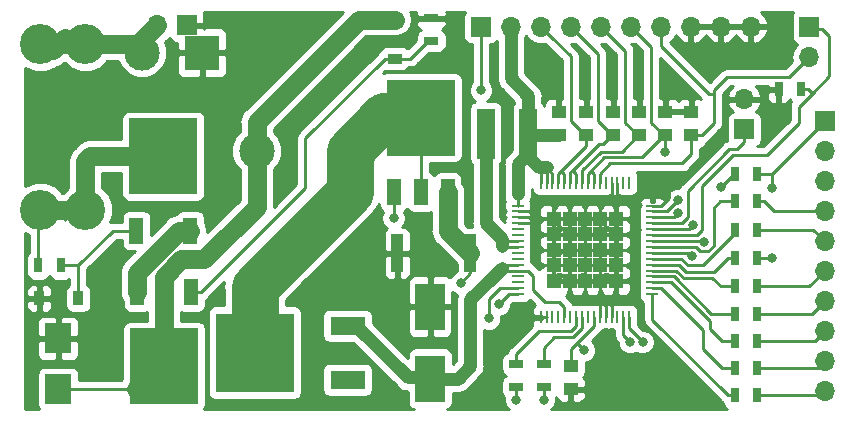
<source format=gtl>
%TF.GenerationSoftware,KiCad,Pcbnew,(5.0.2)-1*%
%TF.CreationDate,2019-01-18T18:03:32+08:00*%
%TF.ProjectId,TLF35584 breakout,544c4633-3535-4383-9420-627265616b6f,rev?*%
%TF.SameCoordinates,Original*%
%TF.FileFunction,Copper,L1,Top*%
%TF.FilePolarity,Positive*%
%FSLAX46Y46*%
G04 Gerber Fmt 4.6, Leading zero omitted, Abs format (unit mm)*
G04 Created by KiCad (PCBNEW (5.0.2)-1) date 18/01/2019 18:03:32*
%MOMM*%
%LPD*%
G01*
G04 APERTURE LIST*
%ADD10R,1.200000X2.200000*%
%ADD11R,5.800000X6.400000*%
%ADD12R,2.750000X3.050000*%
%ADD13R,2.500000X4.000000*%
%ADD14R,1.250000X1.000000*%
%ADD15R,0.900000X1.200000*%
%ADD16R,1.200000X0.900000*%
%ADD17R,2.300000X2.500000*%
%ADD18R,1.700000X1.700000*%
%ADD19O,1.700000X1.700000*%
%ADD20C,3.000000*%
%ADD21R,0.700000X1.300000*%
%ADD22R,1.300000X0.700000*%
%ADD23R,0.250000X1.000000*%
%ADD24R,1.000000X0.250000*%
%ADD25R,1.300000X1.300000*%
%ADD26R,3.000000X1.600000*%
%ADD27R,6.700000X6.700000*%
%ADD28R,1.000000X3.200000*%
%ADD29C,3.400000*%
%ADD30R,3.000000X3.000000*%
%ADD31R,1.500000X4.200000*%
%ADD32C,0.800000*%
%ADD33C,0.600000*%
%ADD34C,0.250000*%
%ADD35C,1.100000*%
%ADD36C,1.600000*%
%ADD37C,4.000000*%
%ADD38C,0.254000*%
G04 APERTURE END LIST*
D10*
X126320000Y-97875000D03*
X130880000Y-97875000D03*
D11*
X128600000Y-91575000D03*
D12*
X130125000Y-89900000D03*
X127075000Y-93250000D03*
X127075000Y-89900000D03*
X130125000Y-93250000D03*
D13*
X151200000Y-110400000D03*
X151200000Y-104300000D03*
D14*
X162100000Y-87800000D03*
X162100000Y-89800000D03*
X164400000Y-89800000D03*
X164400000Y-87800000D03*
X166700000Y-89800000D03*
X166700000Y-87800000D03*
X168900000Y-89800000D03*
X168900000Y-87800000D03*
X163100000Y-109300000D03*
X163100000Y-111300000D03*
X171100000Y-89800000D03*
X171100000Y-87800000D03*
X173300000Y-89800000D03*
X173300000Y-87800000D03*
D15*
X121400000Y-103600000D03*
X118100000Y-103600000D03*
D16*
X148200000Y-80000000D03*
X148200000Y-83300000D03*
D17*
X119700000Y-111300000D03*
X119700000Y-107000000D03*
D18*
X184600000Y-88600000D03*
D19*
X184600000Y-91140000D03*
X184600000Y-93680000D03*
X184600000Y-96220000D03*
X184600000Y-98760000D03*
X184600000Y-101300000D03*
X184600000Y-103840000D03*
X184600000Y-106380000D03*
X184600000Y-108920000D03*
X184600000Y-111460000D03*
D18*
X177800000Y-89300000D03*
D19*
X177800000Y-86760000D03*
D20*
X144400000Y-91100000D03*
X136500000Y-91100000D03*
D10*
X130955000Y-103075000D03*
X128675000Y-103075000D03*
X126395000Y-103075000D03*
D11*
X128675000Y-109375000D03*
D12*
X127150000Y-111050000D03*
X130200000Y-107700000D03*
X130200000Y-111050000D03*
X127150000Y-107700000D03*
D10*
X148120000Y-94600000D03*
X150400000Y-94600000D03*
X152680000Y-94600000D03*
D11*
X150400000Y-88300000D03*
D12*
X151925000Y-86625000D03*
X148875000Y-89975000D03*
X148875000Y-86625000D03*
X151925000Y-89975000D03*
D21*
X118000000Y-100800000D03*
X119900000Y-100800000D03*
D22*
X151300000Y-81800000D03*
X151300000Y-79900000D03*
X158500000Y-111100000D03*
X158500000Y-109200000D03*
X160800000Y-111100000D03*
X160800000Y-109200000D03*
D21*
X177000000Y-95400000D03*
X178900000Y-95400000D03*
X177000000Y-100200000D03*
X178900000Y-100200000D03*
X177000000Y-97800000D03*
X178900000Y-97800000D03*
X177000000Y-102600000D03*
X178900000Y-102600000D03*
X177000000Y-104900000D03*
X178900000Y-104900000D03*
X177000000Y-107200000D03*
X178900000Y-107200000D03*
X177000000Y-109500000D03*
X178900000Y-109500000D03*
X177000000Y-111800000D03*
X178900000Y-111800000D03*
X177000000Y-93100000D03*
X178900000Y-93100000D03*
D23*
X160550000Y-105200000D03*
X161050000Y-105200000D03*
X161550000Y-105200000D03*
X162050000Y-105200000D03*
X162550000Y-105200000D03*
X163050000Y-105200000D03*
X163550000Y-105200000D03*
X164050000Y-105200000D03*
X164550000Y-105200000D03*
X165050000Y-105200000D03*
X165550000Y-105200000D03*
X166050000Y-105200000D03*
X166550000Y-105200000D03*
X167050000Y-105200000D03*
X167550000Y-105200000D03*
X168050000Y-105200000D03*
D24*
X170000000Y-103250000D03*
X170000000Y-102750000D03*
X170000000Y-102250000D03*
X170000000Y-101750000D03*
X170000000Y-101250000D03*
X170000000Y-100750000D03*
X170000000Y-100250000D03*
X170000000Y-99750000D03*
X170000000Y-99250000D03*
X170000000Y-98750000D03*
X170000000Y-98250000D03*
X170000000Y-97750000D03*
X170000000Y-97250000D03*
X170000000Y-96750000D03*
X170000000Y-96250000D03*
X170000000Y-95750000D03*
D23*
X168050000Y-93800000D03*
X167550000Y-93800000D03*
X167050000Y-93800000D03*
X166550000Y-93800000D03*
X166050000Y-93800000D03*
X165550000Y-93800000D03*
X165050000Y-93800000D03*
X164550000Y-93800000D03*
X164050000Y-93800000D03*
X163550000Y-93800000D03*
X163050000Y-93800000D03*
X162550000Y-93800000D03*
X162050000Y-93800000D03*
X161550000Y-93800000D03*
X161050000Y-93800000D03*
X160550000Y-93800000D03*
D24*
X158600000Y-95750000D03*
X158600000Y-96250000D03*
X158600000Y-96750000D03*
X158600000Y-97250000D03*
X158600000Y-97750000D03*
X158600000Y-98250000D03*
X158600000Y-98750000D03*
X158600000Y-99250000D03*
X158600000Y-99750000D03*
X158600000Y-100250000D03*
X158600000Y-100750000D03*
X158600000Y-101250000D03*
X158600000Y-101750000D03*
X158600000Y-102250000D03*
X158600000Y-102750000D03*
X158600000Y-103250000D03*
D25*
X161700000Y-102100000D03*
X161700000Y-100800000D03*
X161700000Y-99500000D03*
X161700000Y-98200000D03*
X161700000Y-96900000D03*
X163000000Y-102100000D03*
X163000000Y-100800000D03*
X163000000Y-99500000D03*
X163000000Y-98200000D03*
X163000000Y-96900000D03*
X164300000Y-102100000D03*
X164300000Y-100800000D03*
X164300000Y-99500000D03*
X164300000Y-98200000D03*
X164300000Y-96900000D03*
X165600000Y-102100000D03*
X165600000Y-100800000D03*
X165600000Y-99500000D03*
X165600000Y-98200000D03*
X165600000Y-96900000D03*
X166900000Y-102100000D03*
X166900000Y-100800000D03*
X166900000Y-99500000D03*
X166900000Y-98200000D03*
X166900000Y-96900000D03*
D26*
X144200000Y-110500000D03*
X144200000Y-105920000D03*
D27*
X136350000Y-108200000D03*
D18*
X183300000Y-80600000D03*
D19*
X183300000Y-83140000D03*
D28*
X148400000Y-99800000D03*
X154600000Y-99800000D03*
D29*
X118200000Y-82100000D03*
X122000000Y-82100000D03*
X118200000Y-96100000D03*
X122000000Y-96100000D03*
D18*
X130600000Y-80500000D03*
D19*
X128060000Y-80500000D03*
D18*
X155500000Y-80600000D03*
D19*
X158040000Y-80600000D03*
X160580000Y-80600000D03*
X163120000Y-80600000D03*
X165660000Y-80600000D03*
X168200000Y-80600000D03*
X170740000Y-80600000D03*
X173280000Y-80600000D03*
X175820000Y-80600000D03*
X178360000Y-80600000D03*
D30*
X131880000Y-82800000D03*
D20*
X126800000Y-82800000D03*
D31*
X159500000Y-89650000D03*
X155900000Y-89650000D03*
D21*
X180700000Y-85900000D03*
X182600000Y-85900000D03*
D32*
X168100000Y-107300000D03*
X169200000Y-107300000D03*
X172200000Y-96400000D03*
X172145182Y-95312909D03*
X174400000Y-98800000D03*
X173387056Y-100030074D03*
D33*
X164200000Y-101700000D03*
X166200000Y-101700000D03*
X166200000Y-99700000D03*
X164200000Y-99700000D03*
X162200000Y-99700000D03*
X166200000Y-97700000D03*
X162200000Y-97700000D03*
X164200000Y-97700000D03*
D32*
X162100000Y-86400000D03*
X164400000Y-86400000D03*
X166700000Y-86400000D03*
X168900000Y-86400000D03*
X171100000Y-86300000D03*
X170700000Y-110500000D03*
X157000000Y-86200000D03*
X123500000Y-101200000D03*
X123300000Y-109100000D03*
X141100000Y-103500000D03*
X145200000Y-103500000D03*
X150400000Y-97000000D03*
X156600000Y-107400000D03*
X171400000Y-94100000D03*
X153500000Y-83800000D03*
X173421509Y-97421509D03*
X164200000Y-108000000D03*
X175800000Y-94200000D03*
X171100000Y-91200000D03*
D33*
X162200000Y-101700000D03*
D32*
X155500000Y-86000000D03*
X160800000Y-112200000D03*
X158500000Y-112200000D03*
X156200000Y-105300000D03*
X148100000Y-96800000D03*
X157000000Y-104100000D03*
X153800000Y-102300000D03*
X180100000Y-100200000D03*
X180100000Y-94300000D03*
D34*
X167550000Y-105200000D02*
X167550000Y-106750000D01*
X167550000Y-106750000D02*
X168100000Y-107300000D01*
X168050000Y-105200000D02*
X168050000Y-106150000D01*
X168050000Y-106150000D02*
X169200000Y-107300000D01*
X170000000Y-96750000D02*
X171850000Y-96750000D01*
X171850000Y-96750000D02*
X172200000Y-96400000D01*
X170000000Y-99750000D02*
X171195878Y-99750000D01*
X171195878Y-99750000D02*
X172242880Y-99750000D01*
X170000000Y-96250000D02*
X171208091Y-96250000D01*
X171208091Y-96250000D02*
X172145182Y-95312909D01*
X173125000Y-98750000D02*
X173542880Y-98750000D01*
X170000000Y-98750000D02*
X173125000Y-98750000D01*
X173542880Y-98750000D02*
X174150000Y-98750000D01*
X174150000Y-98750000D02*
X174200000Y-98800000D01*
X174150000Y-98750000D02*
X174350000Y-98750000D01*
X174350000Y-98750000D02*
X174400000Y-98800000D01*
X172242880Y-99750000D02*
X173106982Y-99750000D01*
X173106982Y-99750000D02*
X173387056Y-100030074D01*
X163300000Y-111100000D02*
X163100000Y-111300000D01*
X161750000Y-102050000D02*
X162200000Y-102050000D01*
X162100000Y-87800000D02*
X162100000Y-86400000D01*
X164400000Y-87800000D02*
X164400000Y-86400000D01*
X166700000Y-87800000D02*
X166700000Y-86400000D01*
X168900000Y-87800000D02*
X168900000Y-86400000D01*
X171100000Y-87800000D02*
X171100000Y-86300000D01*
X158600000Y-96750000D02*
X159650000Y-96750000D01*
X158600000Y-97250000D02*
X159550000Y-97250000D01*
X161050000Y-105200000D02*
X160550000Y-105200000D01*
X170000000Y-95750000D02*
X170750000Y-95750000D01*
X171400000Y-95100000D02*
X171400000Y-94100000D01*
X170750000Y-95750000D02*
X171400000Y-95100000D01*
X170000000Y-97750000D02*
X173093018Y-97750000D01*
X173093018Y-97750000D02*
X173421509Y-97421509D01*
D35*
X144900000Y-105920000D02*
X149280000Y-110300000D01*
X144200000Y-105920000D02*
X144900000Y-105920000D01*
X151100000Y-110300000D02*
X151200000Y-110400000D01*
X149280000Y-110300000D02*
X151100000Y-110300000D01*
D34*
X157549999Y-100750000D02*
X157299999Y-101000000D01*
X158600000Y-100750000D02*
X157549999Y-100750000D01*
X157549999Y-101250000D02*
X157299999Y-101000000D01*
X158600000Y-101250000D02*
X157549999Y-101250000D01*
D35*
X156400000Y-101899999D02*
X157299999Y-101000000D01*
X153550000Y-110400000D02*
X154600000Y-109350000D01*
X151200000Y-110400000D02*
X153550000Y-110400000D01*
X154600000Y-103699999D02*
X156400000Y-101899999D01*
X154600000Y-109350000D02*
X154600000Y-103699999D01*
D34*
X162550000Y-105200000D02*
X162550000Y-104350000D01*
X162550000Y-104350000D02*
X162100000Y-103900000D01*
X162100000Y-103900000D02*
X160900000Y-103900000D01*
X160900000Y-103900000D02*
X159900000Y-102900000D01*
X159900000Y-102900000D02*
X159900000Y-101700000D01*
X159450000Y-101250000D02*
X158600000Y-101250000D01*
X159900000Y-101700000D02*
X159450000Y-101250000D01*
D35*
X160400000Y-92500000D02*
X161100000Y-92500000D01*
D34*
X161050000Y-92550000D02*
X161100000Y-92500000D01*
X161050000Y-93800000D02*
X161050000Y-92550000D01*
X161550000Y-93050000D02*
X161050000Y-92550000D01*
X161550000Y-93800000D02*
X161550000Y-93050000D01*
X160550000Y-92650000D02*
X160400000Y-92500000D01*
X160550000Y-93800000D02*
X160550000Y-92650000D01*
D35*
X158600000Y-92200000D02*
X158600000Y-94800000D01*
D34*
X158600000Y-95750000D02*
X158600000Y-94800000D01*
D35*
X160125000Y-89800000D02*
X159975000Y-89650000D01*
X162100000Y-89800000D02*
X160125000Y-89800000D01*
X159500000Y-91300000D02*
X159500000Y-89650000D01*
X158600000Y-92200000D02*
X159500000Y-91300000D01*
X159500000Y-91600000D02*
X159500000Y-89650000D01*
X160400000Y-92500000D02*
X159500000Y-91600000D01*
X158040000Y-84990000D02*
X158040000Y-80600000D01*
X159500000Y-89650000D02*
X159500000Y-86450000D01*
X159500000Y-86450000D02*
X158040000Y-84990000D01*
D34*
X162050000Y-93800000D02*
X162050000Y-93050000D01*
X164400000Y-90700000D02*
X164400000Y-89800000D01*
X162550000Y-93050000D02*
X162300000Y-92800000D01*
X162550000Y-93800000D02*
X162550000Y-93050000D01*
X162050000Y-93050000D02*
X162300000Y-92800000D01*
X162300000Y-92800000D02*
X164400000Y-90700000D01*
X161429999Y-81449999D02*
X160580000Y-80600000D01*
X163100001Y-83120001D02*
X161429999Y-81449999D01*
X163100001Y-88625001D02*
X163100001Y-83120001D01*
X164275000Y-89800000D02*
X163100001Y-88625001D01*
X164400000Y-89800000D02*
X164275000Y-89800000D01*
X165825000Y-90550000D02*
X166575000Y-89800000D01*
X165450002Y-90550000D02*
X165825000Y-90550000D01*
X163050000Y-93800000D02*
X163050000Y-92950002D01*
X163300000Y-92800000D02*
X163200002Y-92800000D01*
X163550000Y-93050000D02*
X163300000Y-92800000D01*
X163550000Y-93800000D02*
X163550000Y-93050000D01*
X163050000Y-92950002D02*
X163200002Y-92800000D01*
X163200002Y-92800000D02*
X165450002Y-90550000D01*
X163969999Y-81449999D02*
X163120000Y-80600000D01*
X165400001Y-82880001D02*
X163969999Y-81449999D01*
X165400001Y-88625001D02*
X165400001Y-82880001D01*
X166575000Y-89800000D02*
X165400001Y-88625001D01*
X166700000Y-89800000D02*
X166575000Y-89800000D01*
X167399989Y-91175011D02*
X168775000Y-89800000D01*
X164050000Y-93800000D02*
X164050000Y-92750000D01*
X165624989Y-91175011D02*
X167399989Y-91175011D01*
X164050000Y-92750000D02*
X165624989Y-91175011D01*
X166509999Y-81449999D02*
X165660000Y-80600000D01*
X167700001Y-82640001D02*
X166509999Y-81449999D01*
X167700001Y-88725001D02*
X167700001Y-82640001D01*
X168775000Y-89800000D02*
X167700001Y-88725001D01*
X168900000Y-89800000D02*
X168775000Y-89800000D01*
X165050000Y-105200000D02*
X165050000Y-105950000D01*
X163100000Y-107900000D02*
X163100000Y-109300000D01*
X163600000Y-107400000D02*
X164200000Y-108000000D01*
X163600000Y-107400000D02*
X163100000Y-107900000D01*
X165050000Y-105950000D02*
X163600000Y-107400000D01*
X169099979Y-91675021D02*
X170975000Y-89800000D01*
X165924979Y-91675021D02*
X169099979Y-91675021D01*
X164550000Y-93800000D02*
X164550000Y-93050000D01*
X165050000Y-93050000D02*
X164800000Y-92800000D01*
X165050000Y-93800000D02*
X165050000Y-93050000D01*
X164550000Y-93050000D02*
X164800000Y-92800000D01*
X164800000Y-92800000D02*
X165924979Y-91675021D01*
X169049999Y-81449999D02*
X168200000Y-80600000D01*
X169900001Y-82300001D02*
X169049999Y-81449999D01*
X169900001Y-88725001D02*
X169900001Y-82300001D01*
X170975000Y-89800000D02*
X169900001Y-88725001D01*
X171100000Y-89800000D02*
X170975000Y-89800000D01*
X177000000Y-93100000D02*
X176900000Y-93100000D01*
X176900000Y-93100000D02*
X175800000Y-94200000D01*
X171100000Y-91200000D02*
X171100000Y-89800000D01*
X173175000Y-89800000D02*
X173300000Y-89800000D01*
X173300000Y-89800000D02*
X174175000Y-89800000D01*
X170740000Y-80600000D02*
X170740000Y-82240000D01*
X170740000Y-82240000D02*
X174800000Y-86300000D01*
X173300000Y-91400000D02*
X173300000Y-89800000D01*
X172524969Y-92175031D02*
X173300000Y-91400000D01*
X166424969Y-92175031D02*
X172524969Y-92175031D01*
X165550000Y-93800000D02*
X165550000Y-93050000D01*
X165550000Y-93050000D02*
X166424969Y-92175031D01*
X174175000Y-89800000D02*
X175200000Y-88775000D01*
X175200000Y-86000000D02*
X176325001Y-84874999D01*
X181565001Y-84874999D02*
X183300000Y-83140000D01*
X176325001Y-84874999D02*
X181565001Y-84874999D01*
X174800000Y-86300000D02*
X175200000Y-86300000D01*
X175200000Y-88775000D02*
X175200000Y-86300000D01*
X175200000Y-86300000D02*
X175200000Y-86000000D01*
X120500000Y-100800000D02*
X119900000Y-100800000D01*
X121400000Y-102750000D02*
X121400000Y-100800000D01*
X121400000Y-103600000D02*
X121400000Y-102750000D01*
X121400000Y-100800000D02*
X120500000Y-100800000D01*
X124325000Y-97875000D02*
X126320000Y-97875000D01*
X121400000Y-100800000D02*
X124325000Y-97875000D01*
X151300000Y-81800000D02*
X151000000Y-81800000D01*
X149500000Y-83300000D02*
X148200000Y-83300000D01*
X151000000Y-81800000D02*
X149500000Y-83300000D01*
X147350000Y-83300000D02*
X140600000Y-90050000D01*
X148200000Y-83300000D02*
X147350000Y-83300000D01*
X131805000Y-103075000D02*
X130955000Y-103075000D01*
X140600000Y-94280000D02*
X131805000Y-103075000D01*
X140600000Y-90050000D02*
X140600000Y-94280000D01*
D36*
X126250000Y-111300000D02*
X128175000Y-109375000D01*
X128675000Y-103075000D02*
X128675000Y-109375000D01*
X136500000Y-91100000D02*
X136500000Y-88700000D01*
X145200000Y-80000000D02*
X148200000Y-80000000D01*
X136500000Y-88700000D02*
X145200000Y-80000000D01*
X136500000Y-93221320D02*
X136500000Y-91100000D01*
X128675000Y-101764998D02*
X130139998Y-100300000D01*
X136500000Y-95845002D02*
X136500000Y-93221320D01*
X132045002Y-100300000D02*
X136500000Y-95845002D01*
X130139998Y-100300000D02*
X132045002Y-100300000D01*
X128675000Y-103075000D02*
X128675000Y-101764998D01*
D34*
X126900000Y-111300000D02*
X127150000Y-111050000D01*
X119700000Y-111300000D02*
X126900000Y-111300000D01*
D37*
X136350000Y-102650000D02*
X136350000Y-108200000D01*
X144400000Y-91100000D02*
X144400000Y-94600000D01*
X144400000Y-94600000D02*
X136350000Y-102650000D01*
D34*
X150400000Y-93250000D02*
X150400000Y-88300000D01*
X150400000Y-94600000D02*
X150400000Y-93250000D01*
D37*
X144400000Y-91100000D02*
X147300000Y-88200000D01*
X150300000Y-88200000D02*
X150400000Y-88300000D01*
X147300000Y-88200000D02*
X150300000Y-88200000D01*
D36*
X119300000Y-82600000D02*
X120300000Y-81600000D01*
X118200000Y-82100000D02*
X122000000Y-82100000D01*
X126100000Y-82100000D02*
X126800000Y-82800000D01*
X122000000Y-82100000D02*
X126100000Y-82100000D01*
X126800000Y-81760000D02*
X128060000Y-80500000D01*
X126800000Y-82800000D02*
X126800000Y-81760000D01*
D34*
X120300000Y-96000000D02*
X120300000Y-97000000D01*
X121125000Y-95175000D02*
X120300000Y-96000000D01*
X118400000Y-97000000D02*
X118400000Y-95400000D01*
D36*
X122000000Y-96100000D02*
X118200000Y-96100000D01*
D34*
X118000000Y-96300000D02*
X118200000Y-96100000D01*
X118000000Y-100800000D02*
X118000000Y-96300000D01*
D36*
X124100000Y-91575000D02*
X128600000Y-91575000D01*
X122425000Y-91575000D02*
X124100000Y-91575000D01*
X122000000Y-92000000D02*
X122425000Y-91575000D01*
X122000000Y-96100000D02*
X122000000Y-92000000D01*
D34*
X165550000Y-105200000D02*
X165550000Y-104050000D01*
X166050000Y-105200000D02*
X166050000Y-104150000D01*
X166550000Y-105200000D02*
X166550000Y-104150000D01*
X167050000Y-93800000D02*
X167050000Y-94950000D01*
X166550000Y-93800000D02*
X166550000Y-94850000D01*
X162200000Y-102050000D02*
X162500000Y-102050000D01*
X158600000Y-96250000D02*
X159650000Y-96250000D01*
X155500000Y-86000000D02*
X155500000Y-80600000D01*
X184260000Y-111800000D02*
X184600000Y-111460000D01*
X178900000Y-111800000D02*
X184260000Y-111800000D01*
X184020000Y-109500000D02*
X184600000Y-108920000D01*
X178900000Y-109500000D02*
X184020000Y-109500000D01*
X183780000Y-107200000D02*
X184600000Y-106380000D01*
X178900000Y-107200000D02*
X183780000Y-107200000D01*
X183540000Y-104900000D02*
X184600000Y-103840000D01*
X178900000Y-104900000D02*
X183540000Y-104900000D01*
X183640000Y-97800000D02*
X184600000Y-98760000D01*
X178900000Y-97800000D02*
X183640000Y-97800000D01*
X180320000Y-96220000D02*
X184600000Y-96220000D01*
X178900000Y-95400000D02*
X179500000Y-95400000D01*
X179500000Y-95400000D02*
X180320000Y-96220000D01*
X160800000Y-111100000D02*
X160800000Y-112200000D01*
X158500000Y-111100000D02*
X158500000Y-112200000D01*
X170000000Y-97250000D02*
X170750000Y-97250000D01*
X177800000Y-90400000D02*
X177800000Y-89300000D01*
X172497002Y-97250000D02*
X173000000Y-96747002D01*
X170000000Y-97250000D02*
X172497002Y-97250000D01*
X173000000Y-96747002D02*
X173000000Y-94500000D01*
X173000000Y-94500000D02*
X176500000Y-91000000D01*
X176500000Y-91000000D02*
X177200000Y-91000000D01*
X177200000Y-91000000D02*
X177800000Y-90400000D01*
X157850000Y-98750000D02*
X158600000Y-98750000D01*
X157450001Y-98750001D02*
X157850000Y-98750000D01*
X157299999Y-98599999D02*
X157450001Y-98750001D01*
X157350000Y-99250000D02*
X157299999Y-99199999D01*
X158600000Y-99250000D02*
X157350000Y-99250000D01*
D35*
X157299999Y-98599999D02*
X157299999Y-99199999D01*
X155900000Y-97200000D02*
X155900000Y-89650000D01*
X157299999Y-98599999D02*
X155900000Y-97200000D01*
D36*
X129948690Y-97875000D02*
X130880000Y-97875000D01*
X126395000Y-101428690D02*
X129948690Y-97875000D01*
X126395000Y-103075000D02*
X126395000Y-101428690D01*
D34*
X158600000Y-102750000D02*
X157150000Y-102750000D01*
X157150000Y-102750000D02*
X156200000Y-103700000D01*
X156200000Y-103700000D02*
X156200000Y-105300000D01*
X148100000Y-94620000D02*
X148120000Y-94600000D01*
X148100000Y-96800000D02*
X148100000Y-94620000D01*
D36*
X152680000Y-97880000D02*
X154600000Y-99800000D01*
X152680000Y-94600000D02*
X152680000Y-97880000D01*
D34*
X158600000Y-103250000D02*
X157850000Y-103250000D01*
X157850000Y-103250000D02*
X157000000Y-104100000D01*
X154600000Y-101500000D02*
X154600000Y-99800000D01*
X153800000Y-102300000D02*
X154600000Y-101500000D01*
X163550000Y-105200000D02*
X163550000Y-105950000D01*
X163550000Y-105950000D02*
X163100000Y-106400000D01*
X163100000Y-106400000D02*
X160400000Y-106400000D01*
X158500000Y-108300000D02*
X158500000Y-109200000D01*
X160400000Y-106400000D02*
X158500000Y-108300000D01*
X160800000Y-109200000D02*
X160800000Y-108807120D01*
X164050000Y-106157120D02*
X163307110Y-106900010D01*
X164050000Y-105200000D02*
X164050000Y-106157120D01*
X163307110Y-106900010D02*
X161699990Y-106900010D01*
X160800000Y-107800000D02*
X160800000Y-109200000D01*
X161699990Y-106900010D02*
X160800000Y-107800000D01*
X176200000Y-95400000D02*
X177000000Y-95400000D01*
X175747002Y-95400000D02*
X176200000Y-95400000D01*
X170000000Y-99250000D02*
X173702998Y-99250000D01*
X173702998Y-99250000D02*
X174052998Y-99600000D01*
X174052998Y-99600000D02*
X174747002Y-99600000D01*
X174747002Y-99600000D02*
X175200000Y-99147002D01*
X175200000Y-99147002D02*
X175200000Y-95947002D01*
X175200000Y-95947002D02*
X175747002Y-95400000D01*
X172242880Y-100750000D02*
X172892880Y-101400000D01*
X170000000Y-100750000D02*
X172242880Y-100750000D01*
X176400000Y-100200000D02*
X177000000Y-100200000D01*
X175200000Y-101400000D02*
X176400000Y-100200000D01*
X172892880Y-101400000D02*
X175200000Y-101400000D01*
X177000000Y-98100000D02*
X177000000Y-97800000D01*
X174294925Y-100805075D02*
X177000000Y-98100000D01*
X173005075Y-100805075D02*
X174294925Y-100805075D01*
X172450000Y-100250000D02*
X173005075Y-100805075D01*
X170000000Y-100250000D02*
X172450000Y-100250000D01*
X175800000Y-102600000D02*
X177000000Y-102600000D01*
X175100000Y-101900000D02*
X175800000Y-102600000D01*
X172685760Y-101900000D02*
X175100000Y-101900000D01*
X170000000Y-101250000D02*
X172035760Y-101250000D01*
X172035760Y-101250000D02*
X172685760Y-101900000D01*
X176400000Y-104900000D02*
X177000000Y-104900000D01*
X174978640Y-104900000D02*
X176400000Y-104900000D01*
X171828640Y-101750000D02*
X174978640Y-104900000D01*
X170000000Y-101750000D02*
X171828640Y-101750000D01*
X176000000Y-107200000D02*
X177000000Y-107200000D01*
X175871520Y-107200000D02*
X176000000Y-107200000D01*
X174900000Y-106228480D02*
X175871520Y-107200000D01*
X174900000Y-105528480D02*
X174900000Y-106228480D01*
X170000000Y-102250000D02*
X171621520Y-102250000D01*
X171621520Y-102250000D02*
X174900000Y-105528480D01*
X170750000Y-102750000D02*
X174300000Y-106300000D01*
X170000000Y-102750000D02*
X170750000Y-102750000D01*
X174300000Y-106300000D02*
X174300000Y-107900000D01*
X175900000Y-109500000D02*
X177000000Y-109500000D01*
X174300000Y-107900000D02*
X175900000Y-109500000D01*
X176400000Y-111800000D02*
X177000000Y-111800000D01*
X170000000Y-105400000D02*
X176400000Y-111800000D01*
X170000000Y-103250000D02*
X170000000Y-105400000D01*
X183300000Y-102600000D02*
X184600000Y-101300000D01*
X178900000Y-102600000D02*
X183300000Y-102600000D01*
X180100000Y-93100000D02*
X184600000Y-88600000D01*
X178900000Y-93100000D02*
X180100000Y-93100000D01*
X178900000Y-100200000D02*
X180100000Y-100200000D01*
X180100000Y-94300000D02*
X180100000Y-93100000D01*
X183300000Y-80760000D02*
X184400000Y-80760000D01*
X184400000Y-80760000D02*
X185000000Y-81360000D01*
X185000000Y-81360000D02*
X185000000Y-84800000D01*
X183500000Y-86200000D02*
X183500000Y-86300000D01*
X183200000Y-85900000D02*
X183500000Y-86200000D01*
X182600000Y-85900000D02*
X183200000Y-85900000D01*
X185000000Y-84800000D02*
X183500000Y-86300000D01*
X182400000Y-88800000D02*
X182400000Y-87400000D01*
X170000000Y-98250000D02*
X173750000Y-98250000D01*
X173750000Y-98250000D02*
X174196510Y-97803490D01*
X174196510Y-97803490D02*
X174196510Y-94103490D01*
X174196510Y-94103490D02*
X176800000Y-91500000D01*
X182400000Y-87400000D02*
X183500000Y-86300000D01*
X176800000Y-91500000D02*
X179700000Y-91500000D01*
X179700000Y-91500000D02*
X182400000Y-88800000D01*
D38*
G36*
X117240001Y-98229741D02*
X117240000Y-99660246D01*
X117192191Y-99692191D01*
X117051843Y-99902235D01*
X117002560Y-100150000D01*
X117002560Y-101450000D01*
X117051843Y-101697765D01*
X117192191Y-101907809D01*
X117402235Y-102048157D01*
X117650000Y-102097440D01*
X118350000Y-102097440D01*
X118597765Y-102048157D01*
X118807809Y-101907809D01*
X118948157Y-101697765D01*
X118950000Y-101688500D01*
X118951843Y-101697765D01*
X119092191Y-101907809D01*
X119302235Y-102048157D01*
X119550000Y-102097440D01*
X120250000Y-102097440D01*
X120497765Y-102048157D01*
X120640000Y-101953118D01*
X120640000Y-102443427D01*
X120492191Y-102542191D01*
X120351843Y-102752235D01*
X120302560Y-103000000D01*
X120302560Y-104200000D01*
X120351843Y-104447765D01*
X120492191Y-104657809D01*
X120702235Y-104798157D01*
X120950000Y-104847440D01*
X121850000Y-104847440D01*
X122097765Y-104798157D01*
X122307809Y-104657809D01*
X122448157Y-104447765D01*
X122497440Y-104200000D01*
X122497440Y-103000000D01*
X122448157Y-102752235D01*
X122307809Y-102542191D01*
X122160000Y-102443427D01*
X122160000Y-101114801D01*
X124639802Y-98635000D01*
X125072560Y-98635000D01*
X125072560Y-98975000D01*
X125121843Y-99222765D01*
X125262191Y-99432809D01*
X125472235Y-99573157D01*
X125720000Y-99622440D01*
X126171855Y-99622440D01*
X125480241Y-100314054D01*
X125360424Y-100394113D01*
X125043261Y-100868781D01*
X124960000Y-101287357D01*
X124960000Y-101287362D01*
X124931888Y-101428690D01*
X124960000Y-101570018D01*
X124960000Y-103216332D01*
X125043260Y-103634908D01*
X125147560Y-103791004D01*
X125147560Y-104175000D01*
X125196843Y-104422765D01*
X125337191Y-104632809D01*
X125547235Y-104773157D01*
X125795000Y-104822440D01*
X126995000Y-104822440D01*
X127240000Y-104773707D01*
X127240000Y-105527560D01*
X125775000Y-105527560D01*
X125527235Y-105576843D01*
X125317191Y-105717191D01*
X125176843Y-105927235D01*
X125127560Y-106175000D01*
X125127560Y-110396921D01*
X125031958Y-110540000D01*
X121497440Y-110540000D01*
X121497440Y-110050000D01*
X121448157Y-109802235D01*
X121307809Y-109592191D01*
X121097765Y-109451843D01*
X120850000Y-109402560D01*
X118550000Y-109402560D01*
X118302235Y-109451843D01*
X118092191Y-109592191D01*
X117951843Y-109802235D01*
X117902560Y-110050000D01*
X117902560Y-112550000D01*
X117951843Y-112797765D01*
X118092191Y-113007809D01*
X118102953Y-113015000D01*
X116885000Y-113015000D01*
X116885000Y-107285750D01*
X117915000Y-107285750D01*
X117915000Y-108376309D01*
X118011673Y-108609698D01*
X118190301Y-108788327D01*
X118423690Y-108885000D01*
X119414250Y-108885000D01*
X119573000Y-108726250D01*
X119573000Y-107127000D01*
X119827000Y-107127000D01*
X119827000Y-108726250D01*
X119985750Y-108885000D01*
X120976310Y-108885000D01*
X121209699Y-108788327D01*
X121388327Y-108609698D01*
X121485000Y-108376309D01*
X121485000Y-107285750D01*
X121326250Y-107127000D01*
X119827000Y-107127000D01*
X119573000Y-107127000D01*
X118073750Y-107127000D01*
X117915000Y-107285750D01*
X116885000Y-107285750D01*
X116885000Y-105623691D01*
X117915000Y-105623691D01*
X117915000Y-106714250D01*
X118073750Y-106873000D01*
X119573000Y-106873000D01*
X119573000Y-105273750D01*
X119827000Y-105273750D01*
X119827000Y-106873000D01*
X121326250Y-106873000D01*
X121485000Y-106714250D01*
X121485000Y-105623691D01*
X121388327Y-105390302D01*
X121209699Y-105211673D01*
X120976310Y-105115000D01*
X119985750Y-105115000D01*
X119827000Y-105273750D01*
X119573000Y-105273750D01*
X119414250Y-105115000D01*
X118423690Y-105115000D01*
X118190301Y-105211673D01*
X118011673Y-105390302D01*
X117915000Y-105623691D01*
X116885000Y-105623691D01*
X116885000Y-103885750D01*
X117015000Y-103885750D01*
X117015000Y-104326310D01*
X117111673Y-104559699D01*
X117290302Y-104738327D01*
X117523691Y-104835000D01*
X117814250Y-104835000D01*
X117973000Y-104676250D01*
X117973000Y-103727000D01*
X118227000Y-103727000D01*
X118227000Y-104676250D01*
X118385750Y-104835000D01*
X118676309Y-104835000D01*
X118909698Y-104738327D01*
X119088327Y-104559699D01*
X119185000Y-104326310D01*
X119185000Y-103885750D01*
X119026250Y-103727000D01*
X118227000Y-103727000D01*
X117973000Y-103727000D01*
X117173750Y-103727000D01*
X117015000Y-103885750D01*
X116885000Y-103885750D01*
X116885000Y-102873690D01*
X117015000Y-102873690D01*
X117015000Y-103314250D01*
X117173750Y-103473000D01*
X117973000Y-103473000D01*
X117973000Y-102523750D01*
X118227000Y-102523750D01*
X118227000Y-103473000D01*
X119026250Y-103473000D01*
X119185000Y-103314250D01*
X119185000Y-102873690D01*
X119088327Y-102640301D01*
X118909698Y-102461673D01*
X118676309Y-102365000D01*
X118385750Y-102365000D01*
X118227000Y-102523750D01*
X117973000Y-102523750D01*
X117814250Y-102365000D01*
X117523691Y-102365000D01*
X117290302Y-102461673D01*
X117111673Y-102640301D01*
X117015000Y-102873690D01*
X116885000Y-102873690D01*
X116885000Y-98082694D01*
X117240001Y-98229741D01*
X117240001Y-98229741D01*
G37*
X117240001Y-98229741D02*
X117240000Y-99660246D01*
X117192191Y-99692191D01*
X117051843Y-99902235D01*
X117002560Y-100150000D01*
X117002560Y-101450000D01*
X117051843Y-101697765D01*
X117192191Y-101907809D01*
X117402235Y-102048157D01*
X117650000Y-102097440D01*
X118350000Y-102097440D01*
X118597765Y-102048157D01*
X118807809Y-101907809D01*
X118948157Y-101697765D01*
X118950000Y-101688500D01*
X118951843Y-101697765D01*
X119092191Y-101907809D01*
X119302235Y-102048157D01*
X119550000Y-102097440D01*
X120250000Y-102097440D01*
X120497765Y-102048157D01*
X120640000Y-101953118D01*
X120640000Y-102443427D01*
X120492191Y-102542191D01*
X120351843Y-102752235D01*
X120302560Y-103000000D01*
X120302560Y-104200000D01*
X120351843Y-104447765D01*
X120492191Y-104657809D01*
X120702235Y-104798157D01*
X120950000Y-104847440D01*
X121850000Y-104847440D01*
X122097765Y-104798157D01*
X122307809Y-104657809D01*
X122448157Y-104447765D01*
X122497440Y-104200000D01*
X122497440Y-103000000D01*
X122448157Y-102752235D01*
X122307809Y-102542191D01*
X122160000Y-102443427D01*
X122160000Y-101114801D01*
X124639802Y-98635000D01*
X125072560Y-98635000D01*
X125072560Y-98975000D01*
X125121843Y-99222765D01*
X125262191Y-99432809D01*
X125472235Y-99573157D01*
X125720000Y-99622440D01*
X126171855Y-99622440D01*
X125480241Y-100314054D01*
X125360424Y-100394113D01*
X125043261Y-100868781D01*
X124960000Y-101287357D01*
X124960000Y-101287362D01*
X124931888Y-101428690D01*
X124960000Y-101570018D01*
X124960000Y-103216332D01*
X125043260Y-103634908D01*
X125147560Y-103791004D01*
X125147560Y-104175000D01*
X125196843Y-104422765D01*
X125337191Y-104632809D01*
X125547235Y-104773157D01*
X125795000Y-104822440D01*
X126995000Y-104822440D01*
X127240000Y-104773707D01*
X127240000Y-105527560D01*
X125775000Y-105527560D01*
X125527235Y-105576843D01*
X125317191Y-105717191D01*
X125176843Y-105927235D01*
X125127560Y-106175000D01*
X125127560Y-110396921D01*
X125031958Y-110540000D01*
X121497440Y-110540000D01*
X121497440Y-110050000D01*
X121448157Y-109802235D01*
X121307809Y-109592191D01*
X121097765Y-109451843D01*
X120850000Y-109402560D01*
X118550000Y-109402560D01*
X118302235Y-109451843D01*
X118092191Y-109592191D01*
X117951843Y-109802235D01*
X117902560Y-110050000D01*
X117902560Y-112550000D01*
X117951843Y-112797765D01*
X118092191Y-113007809D01*
X118102953Y-113015000D01*
X116885000Y-113015000D01*
X116885000Y-107285750D01*
X117915000Y-107285750D01*
X117915000Y-108376309D01*
X118011673Y-108609698D01*
X118190301Y-108788327D01*
X118423690Y-108885000D01*
X119414250Y-108885000D01*
X119573000Y-108726250D01*
X119573000Y-107127000D01*
X119827000Y-107127000D01*
X119827000Y-108726250D01*
X119985750Y-108885000D01*
X120976310Y-108885000D01*
X121209699Y-108788327D01*
X121388327Y-108609698D01*
X121485000Y-108376309D01*
X121485000Y-107285750D01*
X121326250Y-107127000D01*
X119827000Y-107127000D01*
X119573000Y-107127000D01*
X118073750Y-107127000D01*
X117915000Y-107285750D01*
X116885000Y-107285750D01*
X116885000Y-105623691D01*
X117915000Y-105623691D01*
X117915000Y-106714250D01*
X118073750Y-106873000D01*
X119573000Y-106873000D01*
X119573000Y-105273750D01*
X119827000Y-105273750D01*
X119827000Y-106873000D01*
X121326250Y-106873000D01*
X121485000Y-106714250D01*
X121485000Y-105623691D01*
X121388327Y-105390302D01*
X121209699Y-105211673D01*
X120976310Y-105115000D01*
X119985750Y-105115000D01*
X119827000Y-105273750D01*
X119573000Y-105273750D01*
X119414250Y-105115000D01*
X118423690Y-105115000D01*
X118190301Y-105211673D01*
X118011673Y-105390302D01*
X117915000Y-105623691D01*
X116885000Y-105623691D01*
X116885000Y-103885750D01*
X117015000Y-103885750D01*
X117015000Y-104326310D01*
X117111673Y-104559699D01*
X117290302Y-104738327D01*
X117523691Y-104835000D01*
X117814250Y-104835000D01*
X117973000Y-104676250D01*
X117973000Y-103727000D01*
X118227000Y-103727000D01*
X118227000Y-104676250D01*
X118385750Y-104835000D01*
X118676309Y-104835000D01*
X118909698Y-104738327D01*
X119088327Y-104559699D01*
X119185000Y-104326310D01*
X119185000Y-103885750D01*
X119026250Y-103727000D01*
X118227000Y-103727000D01*
X117973000Y-103727000D01*
X117173750Y-103727000D01*
X117015000Y-103885750D01*
X116885000Y-103885750D01*
X116885000Y-102873690D01*
X117015000Y-102873690D01*
X117015000Y-103314250D01*
X117173750Y-103473000D01*
X117973000Y-103473000D01*
X117973000Y-102523750D01*
X118227000Y-102523750D01*
X118227000Y-103473000D01*
X119026250Y-103473000D01*
X119185000Y-103314250D01*
X119185000Y-102873690D01*
X119088327Y-102640301D01*
X118909698Y-102461673D01*
X118676309Y-102365000D01*
X118385750Y-102365000D01*
X118227000Y-102523750D01*
X117973000Y-102523750D01*
X117814250Y-102365000D01*
X117523691Y-102365000D01*
X117290302Y-102461673D01*
X117111673Y-102640301D01*
X117015000Y-102873690D01*
X116885000Y-102873690D01*
X116885000Y-98082694D01*
X117240001Y-98229741D01*
G36*
X176528355Y-85993076D02*
X176358524Y-86403110D01*
X176479845Y-86633000D01*
X177673000Y-86633000D01*
X177673000Y-86613000D01*
X177927000Y-86613000D01*
X177927000Y-86633000D01*
X179120155Y-86633000D01*
X179241476Y-86403110D01*
X179151449Y-86185750D01*
X179715000Y-86185750D01*
X179715000Y-86676310D01*
X179811673Y-86909699D01*
X179990302Y-87088327D01*
X180223691Y-87185000D01*
X180414250Y-87185000D01*
X180573000Y-87026250D01*
X180573000Y-86027000D01*
X179873750Y-86027000D01*
X179715000Y-86185750D01*
X179151449Y-86185750D01*
X179071645Y-85993076D01*
X178745317Y-85634999D01*
X179735749Y-85634999D01*
X179873750Y-85773000D01*
X180573000Y-85773000D01*
X180573000Y-85753000D01*
X180827000Y-85753000D01*
X180827000Y-85773000D01*
X180847000Y-85773000D01*
X180847000Y-86027000D01*
X180827000Y-86027000D01*
X180827000Y-87026250D01*
X180985750Y-87185000D01*
X181176309Y-87185000D01*
X181409698Y-87088327D01*
X181588327Y-86909699D01*
X181646279Y-86769791D01*
X181651843Y-86797765D01*
X181770101Y-86974749D01*
X181684097Y-87103463D01*
X181625112Y-87400000D01*
X181640001Y-87474851D01*
X181640000Y-88485198D01*
X179385199Y-90740000D01*
X178909973Y-90740000D01*
X179107809Y-90607809D01*
X179248157Y-90397765D01*
X179297440Y-90150000D01*
X179297440Y-88450000D01*
X179248157Y-88202235D01*
X179107809Y-87992191D01*
X178897765Y-87851843D01*
X178794292Y-87831261D01*
X179071645Y-87526924D01*
X179241476Y-87116890D01*
X179120155Y-86887000D01*
X177927000Y-86887000D01*
X177927000Y-86907000D01*
X177673000Y-86907000D01*
X177673000Y-86887000D01*
X176479845Y-86887000D01*
X176358524Y-87116890D01*
X176528355Y-87526924D01*
X176805708Y-87831261D01*
X176702235Y-87851843D01*
X176492191Y-87992191D01*
X176351843Y-88202235D01*
X176302560Y-88450000D01*
X176302560Y-90150000D01*
X176324446Y-90260031D01*
X176203463Y-90284096D01*
X176203461Y-90284097D01*
X176203462Y-90284097D01*
X176015526Y-90409671D01*
X176015524Y-90409673D01*
X175952071Y-90452071D01*
X175909673Y-90515524D01*
X172515528Y-93909671D01*
X172452072Y-93952071D01*
X172409672Y-94015527D01*
X172409671Y-94015528D01*
X172284097Y-94203463D01*
X172269289Y-94277909D01*
X171939308Y-94277909D01*
X171558902Y-94435478D01*
X171267751Y-94726629D01*
X171110182Y-95107035D01*
X171110182Y-95273108D01*
X171061659Y-95321630D01*
X171038327Y-95265301D01*
X170859698Y-95086673D01*
X170626309Y-94990000D01*
X170285750Y-94990000D01*
X170127000Y-95148750D01*
X170127000Y-95477560D01*
X169873000Y-95477560D01*
X169873000Y-95148750D01*
X169714250Y-94990000D01*
X169373691Y-94990000D01*
X169140302Y-95086673D01*
X168961673Y-95265301D01*
X168865000Y-95498690D01*
X168865000Y-95528750D01*
X169023750Y-95687500D01*
X169028621Y-95687500D01*
X168901843Y-95877235D01*
X168887647Y-95948603D01*
X168865000Y-95971250D01*
X168865000Y-96001310D01*
X168873217Y-96021148D01*
X168852560Y-96125000D01*
X168852560Y-96375000D01*
X168877424Y-96500000D01*
X168852560Y-96625000D01*
X168852560Y-96875000D01*
X168877424Y-97000000D01*
X168852560Y-97125000D01*
X168852560Y-97375000D01*
X168873217Y-97478852D01*
X168865000Y-97498690D01*
X168865000Y-97528750D01*
X168887647Y-97551397D01*
X168901843Y-97622765D01*
X168986859Y-97750000D01*
X168901843Y-97877235D01*
X168887647Y-97948603D01*
X168865000Y-97971250D01*
X168865000Y-98001310D01*
X168873217Y-98021148D01*
X168852560Y-98125000D01*
X168852560Y-98375000D01*
X168877424Y-98500000D01*
X168852560Y-98625000D01*
X168852560Y-98875000D01*
X168877424Y-99000000D01*
X168852560Y-99125000D01*
X168852560Y-99375000D01*
X168877424Y-99500000D01*
X168852560Y-99625000D01*
X168852560Y-99875000D01*
X168877424Y-100000000D01*
X168852560Y-100125000D01*
X168852560Y-100375000D01*
X168877424Y-100500000D01*
X168852560Y-100625000D01*
X168852560Y-100875000D01*
X168877424Y-101000000D01*
X168852560Y-101125000D01*
X168852560Y-101375000D01*
X168877424Y-101500000D01*
X168852560Y-101625000D01*
X168852560Y-101875000D01*
X168877424Y-102000000D01*
X168852560Y-102125000D01*
X168852560Y-102375000D01*
X168877424Y-102500000D01*
X168852560Y-102625000D01*
X168852560Y-102875000D01*
X168877424Y-103000000D01*
X168852560Y-103125000D01*
X168852560Y-103375000D01*
X168901843Y-103622765D01*
X169042191Y-103832809D01*
X169240000Y-103964982D01*
X169240001Y-105325148D01*
X169225112Y-105400000D01*
X169240001Y-105474852D01*
X169265911Y-105605112D01*
X169284097Y-105696537D01*
X169388952Y-105853463D01*
X169452072Y-105947929D01*
X169515528Y-105990329D01*
X175809671Y-112284473D01*
X175852071Y-112347929D01*
X175915527Y-112390329D01*
X176002560Y-112448483D01*
X176002560Y-112450000D01*
X176051843Y-112697765D01*
X176192191Y-112907809D01*
X176352612Y-113015000D01*
X161448711Y-113015000D01*
X161677431Y-112786280D01*
X161835000Y-112405874D01*
X161835000Y-111994126D01*
X161822780Y-111964624D01*
X161848697Y-111947306D01*
X161936673Y-112159698D01*
X162115301Y-112338327D01*
X162348690Y-112435000D01*
X162814250Y-112435000D01*
X162973000Y-112276250D01*
X162973000Y-111427000D01*
X163227000Y-111427000D01*
X163227000Y-112276250D01*
X163385750Y-112435000D01*
X163851310Y-112435000D01*
X164084699Y-112338327D01*
X164263327Y-112159698D01*
X164360000Y-111926309D01*
X164360000Y-111585750D01*
X164201250Y-111427000D01*
X163227000Y-111427000D01*
X162973000Y-111427000D01*
X162953000Y-111427000D01*
X162953000Y-111173000D01*
X162973000Y-111173000D01*
X162973000Y-111153000D01*
X163227000Y-111153000D01*
X163227000Y-111173000D01*
X164201250Y-111173000D01*
X164360000Y-111014250D01*
X164360000Y-110673691D01*
X164263327Y-110440302D01*
X164121680Y-110298654D01*
X164182809Y-110257809D01*
X164323157Y-110047765D01*
X164372440Y-109800000D01*
X164372440Y-109035000D01*
X164405874Y-109035000D01*
X164786280Y-108877431D01*
X165077431Y-108586280D01*
X165235000Y-108205874D01*
X165235000Y-107794126D01*
X165077431Y-107413720D01*
X164869256Y-107205545D01*
X165534473Y-106540329D01*
X165597929Y-106497929D01*
X165706795Y-106335000D01*
X165726716Y-106305187D01*
X165751847Y-106315597D01*
X165771250Y-106335000D01*
X165828750Y-106335000D01*
X165848153Y-106315597D01*
X166034699Y-106238327D01*
X166050000Y-106223026D01*
X166065301Y-106238327D01*
X166251847Y-106315597D01*
X166271250Y-106335000D01*
X166328750Y-106335000D01*
X166348153Y-106315597D01*
X166534699Y-106238327D01*
X166555926Y-106217100D01*
X166677235Y-106298157D01*
X166748603Y-106312353D01*
X166771250Y-106335000D01*
X166790001Y-106335000D01*
X166790001Y-106675149D01*
X166775112Y-106750000D01*
X166834097Y-107046537D01*
X166934331Y-107196547D01*
X167002072Y-107297929D01*
X167065000Y-107339976D01*
X167065000Y-107505874D01*
X167222569Y-107886280D01*
X167513720Y-108177431D01*
X167894126Y-108335000D01*
X168305874Y-108335000D01*
X168650000Y-108192459D01*
X168994126Y-108335000D01*
X169405874Y-108335000D01*
X169786280Y-108177431D01*
X170077431Y-107886280D01*
X170235000Y-107505874D01*
X170235000Y-107094126D01*
X170077431Y-106713720D01*
X169786280Y-106422569D01*
X169405874Y-106265000D01*
X169239802Y-106265000D01*
X168810000Y-105835199D01*
X168810000Y-105762541D01*
X168822440Y-105700000D01*
X168822440Y-104700000D01*
X168773157Y-104452235D01*
X168632809Y-104242191D01*
X168422765Y-104101843D01*
X168175000Y-104052560D01*
X167925000Y-104052560D01*
X167800000Y-104077424D01*
X167675000Y-104052560D01*
X167425000Y-104052560D01*
X167300000Y-104077424D01*
X167175000Y-104052560D01*
X166925000Y-104052560D01*
X166821148Y-104073217D01*
X166801310Y-104065000D01*
X166771250Y-104065000D01*
X166748603Y-104087647D01*
X166677235Y-104101843D01*
X166555926Y-104182900D01*
X166534699Y-104161673D01*
X166348153Y-104084403D01*
X166328750Y-104065000D01*
X166271250Y-104065000D01*
X166251847Y-104084403D01*
X166065301Y-104161673D01*
X166050000Y-104176974D01*
X166034699Y-104161673D01*
X165848153Y-104084403D01*
X165828750Y-104065000D01*
X165771250Y-104065000D01*
X165751847Y-104084403D01*
X165565301Y-104161673D01*
X165544074Y-104182900D01*
X165422765Y-104101843D01*
X165351397Y-104087647D01*
X165328750Y-104065000D01*
X165298690Y-104065000D01*
X165278852Y-104073217D01*
X165175000Y-104052560D01*
X164925000Y-104052560D01*
X164800000Y-104077424D01*
X164675000Y-104052560D01*
X164425000Y-104052560D01*
X164300000Y-104077424D01*
X164175000Y-104052560D01*
X163925000Y-104052560D01*
X163800000Y-104077424D01*
X163675000Y-104052560D01*
X163425000Y-104052560D01*
X163300000Y-104077424D01*
X163269462Y-104071349D01*
X163265904Y-104053463D01*
X163097929Y-103802071D01*
X163034470Y-103759669D01*
X162690331Y-103415530D01*
X162669931Y-103385000D01*
X162714250Y-103385000D01*
X162873000Y-103226250D01*
X162873000Y-103125025D01*
X162888327Y-103109698D01*
X162985000Y-102876309D01*
X162985000Y-102385750D01*
X163015000Y-102385750D01*
X163015000Y-102876309D01*
X163111673Y-103109698D01*
X163127000Y-103125025D01*
X163127000Y-103226250D01*
X163285750Y-103385000D01*
X164014250Y-103385000D01*
X164173000Y-103226250D01*
X164173000Y-103125025D01*
X164188327Y-103109698D01*
X164285000Y-102876309D01*
X164285000Y-102385750D01*
X164315000Y-102385750D01*
X164315000Y-102876309D01*
X164411673Y-103109698D01*
X164427000Y-103125025D01*
X164427000Y-103226250D01*
X164585750Y-103385000D01*
X165314250Y-103385000D01*
X165473000Y-103226250D01*
X165473000Y-103125025D01*
X165488327Y-103109698D01*
X165585000Y-102876309D01*
X165585000Y-102385750D01*
X165615000Y-102385750D01*
X165615000Y-102876309D01*
X165711673Y-103109698D01*
X165727000Y-103125025D01*
X165727000Y-103226250D01*
X165885750Y-103385000D01*
X166614250Y-103385000D01*
X166773000Y-103226250D01*
X166773000Y-103125025D01*
X166788327Y-103109698D01*
X166885000Y-102876309D01*
X166885000Y-102385750D01*
X166773000Y-102273750D01*
X166773000Y-102227000D01*
X167027000Y-102227000D01*
X167027000Y-103226250D01*
X167185750Y-103385000D01*
X167676310Y-103385000D01*
X167909699Y-103288327D01*
X168088327Y-103109698D01*
X168185000Y-102876309D01*
X168185000Y-102385750D01*
X168026250Y-102227000D01*
X167027000Y-102227000D01*
X166773000Y-102227000D01*
X165727000Y-102227000D01*
X165727000Y-102273750D01*
X165615000Y-102385750D01*
X165585000Y-102385750D01*
X165473000Y-102273750D01*
X165473000Y-102227000D01*
X164427000Y-102227000D01*
X164427000Y-102273750D01*
X164315000Y-102385750D01*
X164285000Y-102385750D01*
X164173000Y-102273750D01*
X164173000Y-102227000D01*
X163127000Y-102227000D01*
X163127000Y-102273750D01*
X163015000Y-102385750D01*
X162985000Y-102385750D01*
X162873000Y-102273750D01*
X162873000Y-102227000D01*
X161827000Y-102227000D01*
X161827000Y-102247000D01*
X161573000Y-102247000D01*
X161573000Y-102227000D01*
X161553000Y-102227000D01*
X161553000Y-101973000D01*
X161573000Y-101973000D01*
X161573000Y-101085750D01*
X161715000Y-101085750D01*
X161715000Y-101814250D01*
X161827000Y-101926250D01*
X161827000Y-101973000D01*
X161873750Y-101973000D01*
X161985750Y-102085000D01*
X162714250Y-102085000D01*
X162826250Y-101973000D01*
X162873000Y-101973000D01*
X162873000Y-101926250D01*
X162985000Y-101814250D01*
X162985000Y-101085750D01*
X163015000Y-101085750D01*
X163015000Y-101814250D01*
X163127000Y-101926250D01*
X163127000Y-101973000D01*
X163173750Y-101973000D01*
X163285750Y-102085000D01*
X164014250Y-102085000D01*
X164126250Y-101973000D01*
X164173000Y-101973000D01*
X164173000Y-101926250D01*
X164285000Y-101814250D01*
X164285000Y-101085750D01*
X164315000Y-101085750D01*
X164315000Y-101814250D01*
X164427000Y-101926250D01*
X164427000Y-101973000D01*
X164473750Y-101973000D01*
X164585750Y-102085000D01*
X165314250Y-102085000D01*
X165426250Y-101973000D01*
X165473000Y-101973000D01*
X165473000Y-101926250D01*
X165585000Y-101814250D01*
X165585000Y-101085750D01*
X165615000Y-101085750D01*
X165615000Y-101814250D01*
X165727000Y-101926250D01*
X165727000Y-101973000D01*
X165773750Y-101973000D01*
X165885750Y-102085000D01*
X166614250Y-102085000D01*
X166726250Y-101973000D01*
X166773000Y-101973000D01*
X166773000Y-101926250D01*
X166885000Y-101814250D01*
X166885000Y-101085750D01*
X166773000Y-100973750D01*
X166773000Y-100927000D01*
X167027000Y-100927000D01*
X167027000Y-101973000D01*
X167073750Y-101973000D01*
X167185750Y-102085000D01*
X167676310Y-102085000D01*
X167909699Y-101988327D01*
X167925026Y-101973000D01*
X168026250Y-101973000D01*
X168185000Y-101814250D01*
X168185000Y-101085750D01*
X168026250Y-100927000D01*
X167925026Y-100927000D01*
X167909699Y-100911673D01*
X167676310Y-100815000D01*
X167185750Y-100815000D01*
X167073750Y-100927000D01*
X167027000Y-100927000D01*
X166773000Y-100927000D01*
X166726250Y-100927000D01*
X166614250Y-100815000D01*
X165885750Y-100815000D01*
X165773750Y-100927000D01*
X165727000Y-100927000D01*
X165727000Y-100973750D01*
X165615000Y-101085750D01*
X165585000Y-101085750D01*
X165473000Y-100973750D01*
X165473000Y-100927000D01*
X165426250Y-100927000D01*
X165314250Y-100815000D01*
X164585750Y-100815000D01*
X164473750Y-100927000D01*
X164427000Y-100927000D01*
X164427000Y-100973750D01*
X164315000Y-101085750D01*
X164285000Y-101085750D01*
X164173000Y-100973750D01*
X164173000Y-100927000D01*
X164126250Y-100927000D01*
X164014250Y-100815000D01*
X163285750Y-100815000D01*
X163173750Y-100927000D01*
X163127000Y-100927000D01*
X163127000Y-100973750D01*
X163015000Y-101085750D01*
X162985000Y-101085750D01*
X162873000Y-100973750D01*
X162873000Y-100927000D01*
X162826250Y-100927000D01*
X162714250Y-100815000D01*
X161985750Y-100815000D01*
X161873750Y-100927000D01*
X161827000Y-100927000D01*
X161827000Y-100973750D01*
X161715000Y-101085750D01*
X161573000Y-101085750D01*
X161573000Y-100927000D01*
X161526250Y-100927000D01*
X161414250Y-100815000D01*
X160923690Y-100815000D01*
X160690301Y-100911673D01*
X160674974Y-100927000D01*
X160573750Y-100927000D01*
X160415000Y-101085750D01*
X160415000Y-101130069D01*
X160384470Y-101109669D01*
X160040331Y-100765530D01*
X159997929Y-100702071D01*
X159746537Y-100534096D01*
X159728651Y-100530538D01*
X159722576Y-100500000D01*
X159747440Y-100375000D01*
X159747440Y-100125000D01*
X159722576Y-100000000D01*
X159747440Y-99875000D01*
X159747440Y-99785750D01*
X160415000Y-99785750D01*
X160415000Y-100514250D01*
X160573750Y-100673000D01*
X160674974Y-100673000D01*
X160690301Y-100688327D01*
X160923690Y-100785000D01*
X161414250Y-100785000D01*
X161526250Y-100673000D01*
X161573000Y-100673000D01*
X161573000Y-99785750D01*
X161715000Y-99785750D01*
X161715000Y-100514250D01*
X161827000Y-100626250D01*
X161827000Y-100673000D01*
X161873750Y-100673000D01*
X161985750Y-100785000D01*
X162714250Y-100785000D01*
X162826250Y-100673000D01*
X162873000Y-100673000D01*
X162873000Y-100626250D01*
X162985000Y-100514250D01*
X162985000Y-99785750D01*
X163015000Y-99785750D01*
X163015000Y-100514250D01*
X163127000Y-100626250D01*
X163127000Y-100673000D01*
X163173750Y-100673000D01*
X163285750Y-100785000D01*
X164014250Y-100785000D01*
X164126250Y-100673000D01*
X164173000Y-100673000D01*
X164173000Y-100626250D01*
X164285000Y-100514250D01*
X164285000Y-99785750D01*
X164315000Y-99785750D01*
X164315000Y-100514250D01*
X164427000Y-100626250D01*
X164427000Y-100673000D01*
X164473750Y-100673000D01*
X164585750Y-100785000D01*
X165314250Y-100785000D01*
X165426250Y-100673000D01*
X165473000Y-100673000D01*
X165473000Y-100626250D01*
X165585000Y-100514250D01*
X165585000Y-99785750D01*
X165615000Y-99785750D01*
X165615000Y-100514250D01*
X165727000Y-100626250D01*
X165727000Y-100673000D01*
X165773750Y-100673000D01*
X165885750Y-100785000D01*
X166614250Y-100785000D01*
X166726250Y-100673000D01*
X166773000Y-100673000D01*
X166773000Y-100626250D01*
X166885000Y-100514250D01*
X166885000Y-99785750D01*
X166773000Y-99673750D01*
X166773000Y-99627000D01*
X167027000Y-99627000D01*
X167027000Y-100673000D01*
X167073750Y-100673000D01*
X167185750Y-100785000D01*
X167676310Y-100785000D01*
X167909699Y-100688327D01*
X167925026Y-100673000D01*
X168026250Y-100673000D01*
X168185000Y-100514250D01*
X168185000Y-99785750D01*
X168026250Y-99627000D01*
X167925026Y-99627000D01*
X167909699Y-99611673D01*
X167676310Y-99515000D01*
X167185750Y-99515000D01*
X167073750Y-99627000D01*
X167027000Y-99627000D01*
X166773000Y-99627000D01*
X166726250Y-99627000D01*
X166614250Y-99515000D01*
X165885750Y-99515000D01*
X165773750Y-99627000D01*
X165727000Y-99627000D01*
X165727000Y-99673750D01*
X165615000Y-99785750D01*
X165585000Y-99785750D01*
X165473000Y-99673750D01*
X165473000Y-99627000D01*
X165426250Y-99627000D01*
X165314250Y-99515000D01*
X164585750Y-99515000D01*
X164473750Y-99627000D01*
X164427000Y-99627000D01*
X164427000Y-99673750D01*
X164315000Y-99785750D01*
X164285000Y-99785750D01*
X164173000Y-99673750D01*
X164173000Y-99627000D01*
X164126250Y-99627000D01*
X164014250Y-99515000D01*
X163285750Y-99515000D01*
X163173750Y-99627000D01*
X163127000Y-99627000D01*
X163127000Y-99673750D01*
X163015000Y-99785750D01*
X162985000Y-99785750D01*
X162873000Y-99673750D01*
X162873000Y-99627000D01*
X162826250Y-99627000D01*
X162714250Y-99515000D01*
X161985750Y-99515000D01*
X161873750Y-99627000D01*
X161827000Y-99627000D01*
X161827000Y-99673750D01*
X161715000Y-99785750D01*
X161573000Y-99785750D01*
X161573000Y-99627000D01*
X161526250Y-99627000D01*
X161414250Y-99515000D01*
X160923690Y-99515000D01*
X160690301Y-99611673D01*
X160674974Y-99627000D01*
X160573750Y-99627000D01*
X160415000Y-99785750D01*
X159747440Y-99785750D01*
X159747440Y-99625000D01*
X159722576Y-99500000D01*
X159747440Y-99375000D01*
X159747440Y-99125000D01*
X159722576Y-99000000D01*
X159747440Y-98875000D01*
X159747440Y-98625000D01*
X159722576Y-98500000D01*
X159725410Y-98485750D01*
X160415000Y-98485750D01*
X160415000Y-99214250D01*
X160573750Y-99373000D01*
X160674974Y-99373000D01*
X160690301Y-99388327D01*
X160923690Y-99485000D01*
X161414250Y-99485000D01*
X161526250Y-99373000D01*
X161573000Y-99373000D01*
X161573000Y-98485750D01*
X161715000Y-98485750D01*
X161715000Y-99214250D01*
X161827000Y-99326250D01*
X161827000Y-99373000D01*
X161873750Y-99373000D01*
X161985750Y-99485000D01*
X162714250Y-99485000D01*
X162826250Y-99373000D01*
X162873000Y-99373000D01*
X162873000Y-99326250D01*
X162985000Y-99214250D01*
X162985000Y-98485750D01*
X163015000Y-98485750D01*
X163015000Y-99214250D01*
X163127000Y-99326250D01*
X163127000Y-99373000D01*
X163173750Y-99373000D01*
X163285750Y-99485000D01*
X164014250Y-99485000D01*
X164126250Y-99373000D01*
X164173000Y-99373000D01*
X164173000Y-99326250D01*
X164285000Y-99214250D01*
X164285000Y-98485750D01*
X164315000Y-98485750D01*
X164315000Y-99214250D01*
X164427000Y-99326250D01*
X164427000Y-99373000D01*
X164473750Y-99373000D01*
X164585750Y-99485000D01*
X165314250Y-99485000D01*
X165426250Y-99373000D01*
X165473000Y-99373000D01*
X165473000Y-99326250D01*
X165585000Y-99214250D01*
X165585000Y-98485750D01*
X165615000Y-98485750D01*
X165615000Y-99214250D01*
X165727000Y-99326250D01*
X165727000Y-99373000D01*
X165773750Y-99373000D01*
X165885750Y-99485000D01*
X166614250Y-99485000D01*
X166726250Y-99373000D01*
X166773000Y-99373000D01*
X166773000Y-99326250D01*
X166885000Y-99214250D01*
X166885000Y-98485750D01*
X166773000Y-98373750D01*
X166773000Y-98327000D01*
X167027000Y-98327000D01*
X167027000Y-99373000D01*
X167073750Y-99373000D01*
X167185750Y-99485000D01*
X167676310Y-99485000D01*
X167909699Y-99388327D01*
X167925026Y-99373000D01*
X168026250Y-99373000D01*
X168185000Y-99214250D01*
X168185000Y-98485750D01*
X168026250Y-98327000D01*
X167925026Y-98327000D01*
X167909699Y-98311673D01*
X167676310Y-98215000D01*
X167185750Y-98215000D01*
X167073750Y-98327000D01*
X167027000Y-98327000D01*
X166773000Y-98327000D01*
X166726250Y-98327000D01*
X166614250Y-98215000D01*
X165885750Y-98215000D01*
X165773750Y-98327000D01*
X165727000Y-98327000D01*
X165727000Y-98373750D01*
X165615000Y-98485750D01*
X165585000Y-98485750D01*
X165473000Y-98373750D01*
X165473000Y-98327000D01*
X165426250Y-98327000D01*
X165314250Y-98215000D01*
X164585750Y-98215000D01*
X164473750Y-98327000D01*
X164427000Y-98327000D01*
X164427000Y-98373750D01*
X164315000Y-98485750D01*
X164285000Y-98485750D01*
X164173000Y-98373750D01*
X164173000Y-98327000D01*
X164126250Y-98327000D01*
X164014250Y-98215000D01*
X163285750Y-98215000D01*
X163173750Y-98327000D01*
X163127000Y-98327000D01*
X163127000Y-98373750D01*
X163015000Y-98485750D01*
X162985000Y-98485750D01*
X162873000Y-98373750D01*
X162873000Y-98327000D01*
X162826250Y-98327000D01*
X162714250Y-98215000D01*
X161985750Y-98215000D01*
X161873750Y-98327000D01*
X161827000Y-98327000D01*
X161827000Y-98373750D01*
X161715000Y-98485750D01*
X161573000Y-98485750D01*
X161573000Y-98327000D01*
X161526250Y-98327000D01*
X161414250Y-98215000D01*
X160923690Y-98215000D01*
X160690301Y-98311673D01*
X160674974Y-98327000D01*
X160573750Y-98327000D01*
X160415000Y-98485750D01*
X159725410Y-98485750D01*
X159747440Y-98375000D01*
X159747440Y-98125000D01*
X159722576Y-98000000D01*
X159747440Y-97875000D01*
X159747440Y-97625000D01*
X159726783Y-97521148D01*
X159735000Y-97501310D01*
X159735000Y-97471250D01*
X159712353Y-97448603D01*
X159698157Y-97377235D01*
X159617100Y-97255926D01*
X159638327Y-97234699D01*
X159658602Y-97185750D01*
X160415000Y-97185750D01*
X160415000Y-97914250D01*
X160573750Y-98073000D01*
X160674974Y-98073000D01*
X160690301Y-98088327D01*
X160923690Y-98185000D01*
X161414250Y-98185000D01*
X161526250Y-98073000D01*
X161573000Y-98073000D01*
X161573000Y-97185750D01*
X161715000Y-97185750D01*
X161715000Y-97914250D01*
X161827000Y-98026250D01*
X161827000Y-98073000D01*
X161873750Y-98073000D01*
X161985750Y-98185000D01*
X162714250Y-98185000D01*
X162826250Y-98073000D01*
X162873000Y-98073000D01*
X162873000Y-98026250D01*
X162985000Y-97914250D01*
X162985000Y-97185750D01*
X163015000Y-97185750D01*
X163015000Y-97914250D01*
X163127000Y-98026250D01*
X163127000Y-98073000D01*
X163173750Y-98073000D01*
X163285750Y-98185000D01*
X164014250Y-98185000D01*
X164126250Y-98073000D01*
X164173000Y-98073000D01*
X164173000Y-98026250D01*
X164285000Y-97914250D01*
X164285000Y-97185750D01*
X164315000Y-97185750D01*
X164315000Y-97914250D01*
X164427000Y-98026250D01*
X164427000Y-98073000D01*
X164473750Y-98073000D01*
X164585750Y-98185000D01*
X165314250Y-98185000D01*
X165426250Y-98073000D01*
X165473000Y-98073000D01*
X165473000Y-98026250D01*
X165585000Y-97914250D01*
X165585000Y-97185750D01*
X165615000Y-97185750D01*
X165615000Y-97914250D01*
X165727000Y-98026250D01*
X165727000Y-98073000D01*
X165773750Y-98073000D01*
X165885750Y-98185000D01*
X166614250Y-98185000D01*
X166726250Y-98073000D01*
X166773000Y-98073000D01*
X166773000Y-98026250D01*
X166885000Y-97914250D01*
X166885000Y-97185750D01*
X166773000Y-97073750D01*
X166773000Y-97027000D01*
X167027000Y-97027000D01*
X167027000Y-98073000D01*
X167073750Y-98073000D01*
X167185750Y-98185000D01*
X167676310Y-98185000D01*
X167909699Y-98088327D01*
X167925026Y-98073000D01*
X168026250Y-98073000D01*
X168185000Y-97914250D01*
X168185000Y-97185750D01*
X168026250Y-97027000D01*
X167925026Y-97027000D01*
X167909699Y-97011673D01*
X167676310Y-96915000D01*
X167185750Y-96915000D01*
X167073750Y-97027000D01*
X167027000Y-97027000D01*
X166773000Y-97027000D01*
X166726250Y-97027000D01*
X166614250Y-96915000D01*
X165885750Y-96915000D01*
X165773750Y-97027000D01*
X165727000Y-97027000D01*
X165727000Y-97073750D01*
X165615000Y-97185750D01*
X165585000Y-97185750D01*
X165473000Y-97073750D01*
X165473000Y-97027000D01*
X165426250Y-97027000D01*
X165314250Y-96915000D01*
X164585750Y-96915000D01*
X164473750Y-97027000D01*
X164427000Y-97027000D01*
X164427000Y-97073750D01*
X164315000Y-97185750D01*
X164285000Y-97185750D01*
X164173000Y-97073750D01*
X164173000Y-97027000D01*
X164126250Y-97027000D01*
X164014250Y-96915000D01*
X163285750Y-96915000D01*
X163173750Y-97027000D01*
X163127000Y-97027000D01*
X163127000Y-97073750D01*
X163015000Y-97185750D01*
X162985000Y-97185750D01*
X162873000Y-97073750D01*
X162873000Y-97027000D01*
X162826250Y-97027000D01*
X162714250Y-96915000D01*
X161985750Y-96915000D01*
X161873750Y-97027000D01*
X161827000Y-97027000D01*
X161827000Y-97073750D01*
X161715000Y-97185750D01*
X161573000Y-97185750D01*
X161573000Y-97027000D01*
X161526250Y-97027000D01*
X161414250Y-96915000D01*
X160923690Y-96915000D01*
X160690301Y-97011673D01*
X160674974Y-97027000D01*
X160573750Y-97027000D01*
X160415000Y-97185750D01*
X159658602Y-97185750D01*
X159715597Y-97048153D01*
X159735000Y-97028750D01*
X159735000Y-96971250D01*
X159715597Y-96951847D01*
X159638327Y-96765301D01*
X159623026Y-96750000D01*
X159638327Y-96734699D01*
X159715597Y-96548153D01*
X159735000Y-96528750D01*
X159735000Y-96471250D01*
X159715597Y-96451847D01*
X159638327Y-96265301D01*
X159617100Y-96244074D01*
X159697538Y-96123691D01*
X160415000Y-96123691D01*
X160415000Y-96614250D01*
X160573750Y-96773000D01*
X161573000Y-96773000D01*
X161573000Y-96123691D01*
X161715000Y-96123691D01*
X161715000Y-96614250D01*
X161827000Y-96726250D01*
X161827000Y-96773000D01*
X162873000Y-96773000D01*
X162873000Y-96726250D01*
X162985000Y-96614250D01*
X162985000Y-96123691D01*
X163015000Y-96123691D01*
X163015000Y-96614250D01*
X163127000Y-96726250D01*
X163127000Y-96773000D01*
X164173000Y-96773000D01*
X164173000Y-96726250D01*
X164285000Y-96614250D01*
X164285000Y-96123691D01*
X164315000Y-96123691D01*
X164315000Y-96614250D01*
X164427000Y-96726250D01*
X164427000Y-96773000D01*
X165473000Y-96773000D01*
X165473000Y-96726250D01*
X165585000Y-96614250D01*
X165585000Y-96123691D01*
X165615000Y-96123691D01*
X165615000Y-96614250D01*
X165727000Y-96726250D01*
X165727000Y-96773000D01*
X166773000Y-96773000D01*
X166773000Y-96726250D01*
X166885000Y-96614250D01*
X166885000Y-96123691D01*
X166788327Y-95890302D01*
X166773000Y-95874975D01*
X166773000Y-95773750D01*
X167027000Y-95773750D01*
X167027000Y-96773000D01*
X168026250Y-96773000D01*
X168185000Y-96614250D01*
X168185000Y-96123691D01*
X168088327Y-95890302D01*
X167909699Y-95711673D01*
X167676310Y-95615000D01*
X167185750Y-95615000D01*
X167027000Y-95773750D01*
X166773000Y-95773750D01*
X166614250Y-95615000D01*
X165885750Y-95615000D01*
X165727000Y-95773750D01*
X165727000Y-95874975D01*
X165711673Y-95890302D01*
X165615000Y-96123691D01*
X165585000Y-96123691D01*
X165488327Y-95890302D01*
X165473000Y-95874975D01*
X165473000Y-95773750D01*
X165314250Y-95615000D01*
X164585750Y-95615000D01*
X164427000Y-95773750D01*
X164427000Y-95874975D01*
X164411673Y-95890302D01*
X164315000Y-96123691D01*
X164285000Y-96123691D01*
X164188327Y-95890302D01*
X164173000Y-95874975D01*
X164173000Y-95773750D01*
X164014250Y-95615000D01*
X163285750Y-95615000D01*
X163127000Y-95773750D01*
X163127000Y-95874975D01*
X163111673Y-95890302D01*
X163015000Y-96123691D01*
X162985000Y-96123691D01*
X162888327Y-95890302D01*
X162873000Y-95874975D01*
X162873000Y-95773750D01*
X162714250Y-95615000D01*
X161985750Y-95615000D01*
X161827000Y-95773750D01*
X161827000Y-95874975D01*
X161811673Y-95890302D01*
X161715000Y-96123691D01*
X161573000Y-96123691D01*
X161573000Y-95773750D01*
X161414250Y-95615000D01*
X160923690Y-95615000D01*
X160690301Y-95711673D01*
X160511673Y-95890302D01*
X160415000Y-96123691D01*
X159697538Y-96123691D01*
X159698157Y-96122765D01*
X159712353Y-96051397D01*
X159735000Y-96028750D01*
X159735000Y-95998690D01*
X159726783Y-95978852D01*
X159747440Y-95875000D01*
X159747440Y-95625000D01*
X159698157Y-95377235D01*
X159668824Y-95333335D01*
X159716245Y-95262364D01*
X159785000Y-94916710D01*
X159785000Y-94337404D01*
X159826843Y-94547765D01*
X159967191Y-94757809D01*
X160177235Y-94898157D01*
X160425000Y-94947440D01*
X160675000Y-94947440D01*
X160800000Y-94922576D01*
X160925000Y-94947440D01*
X161175000Y-94947440D01*
X161300000Y-94922576D01*
X161425000Y-94947440D01*
X161675000Y-94947440D01*
X161800000Y-94922576D01*
X161925000Y-94947440D01*
X162175000Y-94947440D01*
X162300000Y-94922576D01*
X162425000Y-94947440D01*
X162675000Y-94947440D01*
X162800000Y-94922576D01*
X162925000Y-94947440D01*
X163175000Y-94947440D01*
X163300000Y-94922576D01*
X163425000Y-94947440D01*
X163675000Y-94947440D01*
X163800000Y-94922576D01*
X163925000Y-94947440D01*
X164175000Y-94947440D01*
X164300000Y-94922576D01*
X164425000Y-94947440D01*
X164675000Y-94947440D01*
X164800000Y-94922576D01*
X164925000Y-94947440D01*
X165175000Y-94947440D01*
X165300000Y-94922576D01*
X165425000Y-94947440D01*
X165675000Y-94947440D01*
X165800000Y-94922576D01*
X165925000Y-94947440D01*
X166175000Y-94947440D01*
X166278852Y-94926783D01*
X166298690Y-94935000D01*
X166328750Y-94935000D01*
X166351397Y-94912353D01*
X166422765Y-94898157D01*
X166544074Y-94817100D01*
X166565301Y-94838327D01*
X166751847Y-94915597D01*
X166771250Y-94935000D01*
X166828750Y-94935000D01*
X166848153Y-94915597D01*
X167034699Y-94838327D01*
X167055926Y-94817100D01*
X167177235Y-94898157D01*
X167248603Y-94912353D01*
X167271250Y-94935000D01*
X167301310Y-94935000D01*
X167321148Y-94926783D01*
X167425000Y-94947440D01*
X167675000Y-94947440D01*
X167800000Y-94922576D01*
X167925000Y-94947440D01*
X168175000Y-94947440D01*
X168422765Y-94898157D01*
X168632809Y-94757809D01*
X168773157Y-94547765D01*
X168822440Y-94300000D01*
X168822440Y-93300000D01*
X168773157Y-93052235D01*
X168694843Y-92935031D01*
X172450122Y-92935031D01*
X172524969Y-92949919D01*
X172599816Y-92935031D01*
X172599821Y-92935031D01*
X172821506Y-92890935D01*
X173072898Y-92722960D01*
X173115300Y-92659502D01*
X173784476Y-91990327D01*
X173847929Y-91947929D01*
X173890327Y-91884476D01*
X173890329Y-91884474D01*
X173996811Y-91725112D01*
X174015904Y-91696537D01*
X174060000Y-91474852D01*
X174060000Y-91474848D01*
X174074888Y-91400001D01*
X174060000Y-91325154D01*
X174060000Y-90920587D01*
X174172765Y-90898157D01*
X174382809Y-90757809D01*
X174523157Y-90547765D01*
X174538378Y-90471242D01*
X174722929Y-90347929D01*
X174765331Y-90284470D01*
X175684473Y-89365329D01*
X175747929Y-89322929D01*
X175915904Y-89071537D01*
X175960000Y-88849852D01*
X175960000Y-88849847D01*
X175974888Y-88775000D01*
X175960000Y-88700153D01*
X175960000Y-86374851D01*
X175974889Y-86300000D01*
X175974874Y-86299927D01*
X176639803Y-85634999D01*
X176854683Y-85634999D01*
X176528355Y-85993076D01*
X176528355Y-85993076D01*
G37*
X176528355Y-85993076D02*
X176358524Y-86403110D01*
X176479845Y-86633000D01*
X177673000Y-86633000D01*
X177673000Y-86613000D01*
X177927000Y-86613000D01*
X177927000Y-86633000D01*
X179120155Y-86633000D01*
X179241476Y-86403110D01*
X179151449Y-86185750D01*
X179715000Y-86185750D01*
X179715000Y-86676310D01*
X179811673Y-86909699D01*
X179990302Y-87088327D01*
X180223691Y-87185000D01*
X180414250Y-87185000D01*
X180573000Y-87026250D01*
X180573000Y-86027000D01*
X179873750Y-86027000D01*
X179715000Y-86185750D01*
X179151449Y-86185750D01*
X179071645Y-85993076D01*
X178745317Y-85634999D01*
X179735749Y-85634999D01*
X179873750Y-85773000D01*
X180573000Y-85773000D01*
X180573000Y-85753000D01*
X180827000Y-85753000D01*
X180827000Y-85773000D01*
X180847000Y-85773000D01*
X180847000Y-86027000D01*
X180827000Y-86027000D01*
X180827000Y-87026250D01*
X180985750Y-87185000D01*
X181176309Y-87185000D01*
X181409698Y-87088327D01*
X181588327Y-86909699D01*
X181646279Y-86769791D01*
X181651843Y-86797765D01*
X181770101Y-86974749D01*
X181684097Y-87103463D01*
X181625112Y-87400000D01*
X181640001Y-87474851D01*
X181640000Y-88485198D01*
X179385199Y-90740000D01*
X178909973Y-90740000D01*
X179107809Y-90607809D01*
X179248157Y-90397765D01*
X179297440Y-90150000D01*
X179297440Y-88450000D01*
X179248157Y-88202235D01*
X179107809Y-87992191D01*
X178897765Y-87851843D01*
X178794292Y-87831261D01*
X179071645Y-87526924D01*
X179241476Y-87116890D01*
X179120155Y-86887000D01*
X177927000Y-86887000D01*
X177927000Y-86907000D01*
X177673000Y-86907000D01*
X177673000Y-86887000D01*
X176479845Y-86887000D01*
X176358524Y-87116890D01*
X176528355Y-87526924D01*
X176805708Y-87831261D01*
X176702235Y-87851843D01*
X176492191Y-87992191D01*
X176351843Y-88202235D01*
X176302560Y-88450000D01*
X176302560Y-90150000D01*
X176324446Y-90260031D01*
X176203463Y-90284096D01*
X176203461Y-90284097D01*
X176203462Y-90284097D01*
X176015526Y-90409671D01*
X176015524Y-90409673D01*
X175952071Y-90452071D01*
X175909673Y-90515524D01*
X172515528Y-93909671D01*
X172452072Y-93952071D01*
X172409672Y-94015527D01*
X172409671Y-94015528D01*
X172284097Y-94203463D01*
X172269289Y-94277909D01*
X171939308Y-94277909D01*
X171558902Y-94435478D01*
X171267751Y-94726629D01*
X171110182Y-95107035D01*
X171110182Y-95273108D01*
X171061659Y-95321630D01*
X171038327Y-95265301D01*
X170859698Y-95086673D01*
X170626309Y-94990000D01*
X170285750Y-94990000D01*
X170127000Y-95148750D01*
X170127000Y-95477560D01*
X169873000Y-95477560D01*
X169873000Y-95148750D01*
X169714250Y-94990000D01*
X169373691Y-94990000D01*
X169140302Y-95086673D01*
X168961673Y-95265301D01*
X168865000Y-95498690D01*
X168865000Y-95528750D01*
X169023750Y-95687500D01*
X169028621Y-95687500D01*
X168901843Y-95877235D01*
X168887647Y-95948603D01*
X168865000Y-95971250D01*
X168865000Y-96001310D01*
X168873217Y-96021148D01*
X168852560Y-96125000D01*
X168852560Y-96375000D01*
X168877424Y-96500000D01*
X168852560Y-96625000D01*
X168852560Y-96875000D01*
X168877424Y-97000000D01*
X168852560Y-97125000D01*
X168852560Y-97375000D01*
X168873217Y-97478852D01*
X168865000Y-97498690D01*
X168865000Y-97528750D01*
X168887647Y-97551397D01*
X168901843Y-97622765D01*
X168986859Y-97750000D01*
X168901843Y-97877235D01*
X168887647Y-97948603D01*
X168865000Y-97971250D01*
X168865000Y-98001310D01*
X168873217Y-98021148D01*
X168852560Y-98125000D01*
X168852560Y-98375000D01*
X168877424Y-98500000D01*
X168852560Y-98625000D01*
X168852560Y-98875000D01*
X168877424Y-99000000D01*
X168852560Y-99125000D01*
X168852560Y-99375000D01*
X168877424Y-99500000D01*
X168852560Y-99625000D01*
X168852560Y-99875000D01*
X168877424Y-100000000D01*
X168852560Y-100125000D01*
X168852560Y-100375000D01*
X168877424Y-100500000D01*
X168852560Y-100625000D01*
X168852560Y-100875000D01*
X168877424Y-101000000D01*
X168852560Y-101125000D01*
X168852560Y-101375000D01*
X168877424Y-101500000D01*
X168852560Y-101625000D01*
X168852560Y-101875000D01*
X168877424Y-102000000D01*
X168852560Y-102125000D01*
X168852560Y-102375000D01*
X168877424Y-102500000D01*
X168852560Y-102625000D01*
X168852560Y-102875000D01*
X168877424Y-103000000D01*
X168852560Y-103125000D01*
X168852560Y-103375000D01*
X168901843Y-103622765D01*
X169042191Y-103832809D01*
X169240000Y-103964982D01*
X169240001Y-105325148D01*
X169225112Y-105400000D01*
X169240001Y-105474852D01*
X169265911Y-105605112D01*
X169284097Y-105696537D01*
X169388952Y-105853463D01*
X169452072Y-105947929D01*
X169515528Y-105990329D01*
X175809671Y-112284473D01*
X175852071Y-112347929D01*
X175915527Y-112390329D01*
X176002560Y-112448483D01*
X176002560Y-112450000D01*
X176051843Y-112697765D01*
X176192191Y-112907809D01*
X176352612Y-113015000D01*
X161448711Y-113015000D01*
X161677431Y-112786280D01*
X161835000Y-112405874D01*
X161835000Y-111994126D01*
X161822780Y-111964624D01*
X161848697Y-111947306D01*
X161936673Y-112159698D01*
X162115301Y-112338327D01*
X162348690Y-112435000D01*
X162814250Y-112435000D01*
X162973000Y-112276250D01*
X162973000Y-111427000D01*
X163227000Y-111427000D01*
X163227000Y-112276250D01*
X163385750Y-112435000D01*
X163851310Y-112435000D01*
X164084699Y-112338327D01*
X164263327Y-112159698D01*
X164360000Y-111926309D01*
X164360000Y-111585750D01*
X164201250Y-111427000D01*
X163227000Y-111427000D01*
X162973000Y-111427000D01*
X162953000Y-111427000D01*
X162953000Y-111173000D01*
X162973000Y-111173000D01*
X162973000Y-111153000D01*
X163227000Y-111153000D01*
X163227000Y-111173000D01*
X164201250Y-111173000D01*
X164360000Y-111014250D01*
X164360000Y-110673691D01*
X164263327Y-110440302D01*
X164121680Y-110298654D01*
X164182809Y-110257809D01*
X164323157Y-110047765D01*
X164372440Y-109800000D01*
X164372440Y-109035000D01*
X164405874Y-109035000D01*
X164786280Y-108877431D01*
X165077431Y-108586280D01*
X165235000Y-108205874D01*
X165235000Y-107794126D01*
X165077431Y-107413720D01*
X164869256Y-107205545D01*
X165534473Y-106540329D01*
X165597929Y-106497929D01*
X165706795Y-106335000D01*
X165726716Y-106305187D01*
X165751847Y-106315597D01*
X165771250Y-106335000D01*
X165828750Y-106335000D01*
X165848153Y-106315597D01*
X166034699Y-106238327D01*
X166050000Y-106223026D01*
X166065301Y-106238327D01*
X166251847Y-106315597D01*
X166271250Y-106335000D01*
X166328750Y-106335000D01*
X166348153Y-106315597D01*
X166534699Y-106238327D01*
X166555926Y-106217100D01*
X166677235Y-106298157D01*
X166748603Y-106312353D01*
X166771250Y-106335000D01*
X166790001Y-106335000D01*
X166790001Y-106675149D01*
X166775112Y-106750000D01*
X166834097Y-107046537D01*
X166934331Y-107196547D01*
X167002072Y-107297929D01*
X167065000Y-107339976D01*
X167065000Y-107505874D01*
X167222569Y-107886280D01*
X167513720Y-108177431D01*
X167894126Y-108335000D01*
X168305874Y-108335000D01*
X168650000Y-108192459D01*
X168994126Y-108335000D01*
X169405874Y-108335000D01*
X169786280Y-108177431D01*
X170077431Y-107886280D01*
X170235000Y-107505874D01*
X170235000Y-107094126D01*
X170077431Y-106713720D01*
X169786280Y-106422569D01*
X169405874Y-106265000D01*
X169239802Y-106265000D01*
X168810000Y-105835199D01*
X168810000Y-105762541D01*
X168822440Y-105700000D01*
X168822440Y-104700000D01*
X168773157Y-104452235D01*
X168632809Y-104242191D01*
X168422765Y-104101843D01*
X168175000Y-104052560D01*
X167925000Y-104052560D01*
X167800000Y-104077424D01*
X167675000Y-104052560D01*
X167425000Y-104052560D01*
X167300000Y-104077424D01*
X167175000Y-104052560D01*
X166925000Y-104052560D01*
X166821148Y-104073217D01*
X166801310Y-104065000D01*
X166771250Y-104065000D01*
X166748603Y-104087647D01*
X166677235Y-104101843D01*
X166555926Y-104182900D01*
X166534699Y-104161673D01*
X166348153Y-104084403D01*
X166328750Y-104065000D01*
X166271250Y-104065000D01*
X166251847Y-104084403D01*
X166065301Y-104161673D01*
X166050000Y-104176974D01*
X166034699Y-104161673D01*
X165848153Y-104084403D01*
X165828750Y-104065000D01*
X165771250Y-104065000D01*
X165751847Y-104084403D01*
X165565301Y-104161673D01*
X165544074Y-104182900D01*
X165422765Y-104101843D01*
X165351397Y-104087647D01*
X165328750Y-104065000D01*
X165298690Y-104065000D01*
X165278852Y-104073217D01*
X165175000Y-104052560D01*
X164925000Y-104052560D01*
X164800000Y-104077424D01*
X164675000Y-104052560D01*
X164425000Y-104052560D01*
X164300000Y-104077424D01*
X164175000Y-104052560D01*
X163925000Y-104052560D01*
X163800000Y-104077424D01*
X163675000Y-104052560D01*
X163425000Y-104052560D01*
X163300000Y-104077424D01*
X163269462Y-104071349D01*
X163265904Y-104053463D01*
X163097929Y-103802071D01*
X163034470Y-103759669D01*
X162690331Y-103415530D01*
X162669931Y-103385000D01*
X162714250Y-103385000D01*
X162873000Y-103226250D01*
X162873000Y-103125025D01*
X162888327Y-103109698D01*
X162985000Y-102876309D01*
X162985000Y-102385750D01*
X163015000Y-102385750D01*
X163015000Y-102876309D01*
X163111673Y-103109698D01*
X163127000Y-103125025D01*
X163127000Y-103226250D01*
X163285750Y-103385000D01*
X164014250Y-103385000D01*
X164173000Y-103226250D01*
X164173000Y-103125025D01*
X164188327Y-103109698D01*
X164285000Y-102876309D01*
X164285000Y-102385750D01*
X164315000Y-102385750D01*
X164315000Y-102876309D01*
X164411673Y-103109698D01*
X164427000Y-103125025D01*
X164427000Y-103226250D01*
X164585750Y-103385000D01*
X165314250Y-103385000D01*
X165473000Y-103226250D01*
X165473000Y-103125025D01*
X165488327Y-103109698D01*
X165585000Y-102876309D01*
X165585000Y-102385750D01*
X165615000Y-102385750D01*
X165615000Y-102876309D01*
X165711673Y-103109698D01*
X165727000Y-103125025D01*
X165727000Y-103226250D01*
X165885750Y-103385000D01*
X166614250Y-103385000D01*
X166773000Y-103226250D01*
X166773000Y-103125025D01*
X166788327Y-103109698D01*
X166885000Y-102876309D01*
X166885000Y-102385750D01*
X166773000Y-102273750D01*
X166773000Y-102227000D01*
X167027000Y-102227000D01*
X167027000Y-103226250D01*
X167185750Y-103385000D01*
X167676310Y-103385000D01*
X167909699Y-103288327D01*
X168088327Y-103109698D01*
X168185000Y-102876309D01*
X168185000Y-102385750D01*
X168026250Y-102227000D01*
X167027000Y-102227000D01*
X166773000Y-102227000D01*
X165727000Y-102227000D01*
X165727000Y-102273750D01*
X165615000Y-102385750D01*
X165585000Y-102385750D01*
X165473000Y-102273750D01*
X165473000Y-102227000D01*
X164427000Y-102227000D01*
X164427000Y-102273750D01*
X164315000Y-102385750D01*
X164285000Y-102385750D01*
X164173000Y-102273750D01*
X164173000Y-102227000D01*
X163127000Y-102227000D01*
X163127000Y-102273750D01*
X163015000Y-102385750D01*
X162985000Y-102385750D01*
X162873000Y-102273750D01*
X162873000Y-102227000D01*
X161827000Y-102227000D01*
X161827000Y-102247000D01*
X161573000Y-102247000D01*
X161573000Y-102227000D01*
X161553000Y-102227000D01*
X161553000Y-101973000D01*
X161573000Y-101973000D01*
X161573000Y-101085750D01*
X161715000Y-101085750D01*
X161715000Y-101814250D01*
X161827000Y-101926250D01*
X161827000Y-101973000D01*
X161873750Y-101973000D01*
X161985750Y-102085000D01*
X162714250Y-102085000D01*
X162826250Y-101973000D01*
X162873000Y-101973000D01*
X162873000Y-101926250D01*
X162985000Y-101814250D01*
X162985000Y-101085750D01*
X163015000Y-101085750D01*
X163015000Y-101814250D01*
X163127000Y-101926250D01*
X163127000Y-101973000D01*
X163173750Y-101973000D01*
X163285750Y-102085000D01*
X164014250Y-102085000D01*
X164126250Y-101973000D01*
X164173000Y-101973000D01*
X164173000Y-101926250D01*
X164285000Y-101814250D01*
X164285000Y-101085750D01*
X164315000Y-101085750D01*
X164315000Y-101814250D01*
X164427000Y-101926250D01*
X164427000Y-101973000D01*
X164473750Y-101973000D01*
X164585750Y-102085000D01*
X165314250Y-102085000D01*
X165426250Y-101973000D01*
X165473000Y-101973000D01*
X165473000Y-101926250D01*
X165585000Y-101814250D01*
X165585000Y-101085750D01*
X165615000Y-101085750D01*
X165615000Y-101814250D01*
X165727000Y-101926250D01*
X165727000Y-101973000D01*
X165773750Y-101973000D01*
X165885750Y-102085000D01*
X166614250Y-102085000D01*
X166726250Y-101973000D01*
X166773000Y-101973000D01*
X166773000Y-101926250D01*
X166885000Y-101814250D01*
X166885000Y-101085750D01*
X166773000Y-100973750D01*
X166773000Y-100927000D01*
X167027000Y-100927000D01*
X167027000Y-101973000D01*
X167073750Y-101973000D01*
X167185750Y-102085000D01*
X167676310Y-102085000D01*
X167909699Y-101988327D01*
X167925026Y-101973000D01*
X168026250Y-101973000D01*
X168185000Y-101814250D01*
X168185000Y-101085750D01*
X168026250Y-100927000D01*
X167925026Y-100927000D01*
X167909699Y-100911673D01*
X167676310Y-100815000D01*
X167185750Y-100815000D01*
X167073750Y-100927000D01*
X167027000Y-100927000D01*
X166773000Y-100927000D01*
X166726250Y-100927000D01*
X166614250Y-100815000D01*
X165885750Y-100815000D01*
X165773750Y-100927000D01*
X165727000Y-100927000D01*
X165727000Y-100973750D01*
X165615000Y-101085750D01*
X165585000Y-101085750D01*
X165473000Y-100973750D01*
X165473000Y-100927000D01*
X165426250Y-100927000D01*
X165314250Y-100815000D01*
X164585750Y-100815000D01*
X164473750Y-100927000D01*
X164427000Y-100927000D01*
X164427000Y-100973750D01*
X164315000Y-101085750D01*
X164285000Y-101085750D01*
X164173000Y-100973750D01*
X164173000Y-100927000D01*
X164126250Y-100927000D01*
X164014250Y-100815000D01*
X163285750Y-100815000D01*
X163173750Y-100927000D01*
X163127000Y-100927000D01*
X163127000Y-100973750D01*
X163015000Y-101085750D01*
X162985000Y-101085750D01*
X162873000Y-100973750D01*
X162873000Y-100927000D01*
X162826250Y-100927000D01*
X162714250Y-100815000D01*
X161985750Y-100815000D01*
X161873750Y-100927000D01*
X161827000Y-100927000D01*
X161827000Y-100973750D01*
X161715000Y-101085750D01*
X161573000Y-101085750D01*
X161573000Y-100927000D01*
X161526250Y-100927000D01*
X161414250Y-100815000D01*
X160923690Y-100815000D01*
X160690301Y-100911673D01*
X160674974Y-100927000D01*
X160573750Y-100927000D01*
X160415000Y-101085750D01*
X160415000Y-101130069D01*
X160384470Y-101109669D01*
X160040331Y-100765530D01*
X159997929Y-100702071D01*
X159746537Y-100534096D01*
X159728651Y-100530538D01*
X159722576Y-100500000D01*
X159747440Y-100375000D01*
X159747440Y-100125000D01*
X159722576Y-100000000D01*
X159747440Y-99875000D01*
X159747440Y-99785750D01*
X160415000Y-99785750D01*
X160415000Y-100514250D01*
X160573750Y-100673000D01*
X160674974Y-100673000D01*
X160690301Y-100688327D01*
X160923690Y-100785000D01*
X161414250Y-100785000D01*
X161526250Y-100673000D01*
X161573000Y-100673000D01*
X161573000Y-99785750D01*
X161715000Y-99785750D01*
X161715000Y-100514250D01*
X161827000Y-100626250D01*
X161827000Y-100673000D01*
X161873750Y-100673000D01*
X161985750Y-100785000D01*
X162714250Y-100785000D01*
X162826250Y-100673000D01*
X162873000Y-100673000D01*
X162873000Y-100626250D01*
X162985000Y-100514250D01*
X162985000Y-99785750D01*
X163015000Y-99785750D01*
X163015000Y-100514250D01*
X163127000Y-100626250D01*
X163127000Y-100673000D01*
X163173750Y-100673000D01*
X163285750Y-100785000D01*
X164014250Y-100785000D01*
X164126250Y-100673000D01*
X164173000Y-100673000D01*
X164173000Y-100626250D01*
X164285000Y-100514250D01*
X164285000Y-99785750D01*
X164315000Y-99785750D01*
X164315000Y-100514250D01*
X164427000Y-100626250D01*
X164427000Y-100673000D01*
X164473750Y-100673000D01*
X164585750Y-100785000D01*
X165314250Y-100785000D01*
X165426250Y-100673000D01*
X165473000Y-100673000D01*
X165473000Y-100626250D01*
X165585000Y-100514250D01*
X165585000Y-99785750D01*
X165615000Y-99785750D01*
X165615000Y-100514250D01*
X165727000Y-100626250D01*
X165727000Y-100673000D01*
X165773750Y-100673000D01*
X165885750Y-100785000D01*
X166614250Y-100785000D01*
X166726250Y-100673000D01*
X166773000Y-100673000D01*
X166773000Y-100626250D01*
X166885000Y-100514250D01*
X166885000Y-99785750D01*
X166773000Y-99673750D01*
X166773000Y-99627000D01*
X167027000Y-99627000D01*
X167027000Y-100673000D01*
X167073750Y-100673000D01*
X167185750Y-100785000D01*
X167676310Y-100785000D01*
X167909699Y-100688327D01*
X167925026Y-100673000D01*
X168026250Y-100673000D01*
X168185000Y-100514250D01*
X168185000Y-99785750D01*
X168026250Y-99627000D01*
X167925026Y-99627000D01*
X167909699Y-99611673D01*
X167676310Y-99515000D01*
X167185750Y-99515000D01*
X167073750Y-99627000D01*
X167027000Y-99627000D01*
X166773000Y-99627000D01*
X166726250Y-99627000D01*
X166614250Y-99515000D01*
X165885750Y-99515000D01*
X165773750Y-99627000D01*
X165727000Y-99627000D01*
X165727000Y-99673750D01*
X165615000Y-99785750D01*
X165585000Y-99785750D01*
X165473000Y-99673750D01*
X165473000Y-99627000D01*
X165426250Y-99627000D01*
X165314250Y-99515000D01*
X164585750Y-99515000D01*
X164473750Y-99627000D01*
X164427000Y-99627000D01*
X164427000Y-99673750D01*
X164315000Y-99785750D01*
X164285000Y-99785750D01*
X164173000Y-99673750D01*
X164173000Y-99627000D01*
X164126250Y-99627000D01*
X164014250Y-99515000D01*
X163285750Y-99515000D01*
X163173750Y-99627000D01*
X163127000Y-99627000D01*
X163127000Y-99673750D01*
X163015000Y-99785750D01*
X162985000Y-99785750D01*
X162873000Y-99673750D01*
X162873000Y-99627000D01*
X162826250Y-99627000D01*
X162714250Y-99515000D01*
X161985750Y-99515000D01*
X161873750Y-99627000D01*
X161827000Y-99627000D01*
X161827000Y-99673750D01*
X161715000Y-99785750D01*
X161573000Y-99785750D01*
X161573000Y-99627000D01*
X161526250Y-99627000D01*
X161414250Y-99515000D01*
X160923690Y-99515000D01*
X160690301Y-99611673D01*
X160674974Y-99627000D01*
X160573750Y-99627000D01*
X160415000Y-99785750D01*
X159747440Y-99785750D01*
X159747440Y-99625000D01*
X159722576Y-99500000D01*
X159747440Y-99375000D01*
X159747440Y-99125000D01*
X159722576Y-99000000D01*
X159747440Y-98875000D01*
X159747440Y-98625000D01*
X159722576Y-98500000D01*
X159725410Y-98485750D01*
X160415000Y-98485750D01*
X160415000Y-99214250D01*
X160573750Y-99373000D01*
X160674974Y-99373000D01*
X160690301Y-99388327D01*
X160923690Y-99485000D01*
X161414250Y-99485000D01*
X161526250Y-99373000D01*
X161573000Y-99373000D01*
X161573000Y-98485750D01*
X161715000Y-98485750D01*
X161715000Y-99214250D01*
X161827000Y-99326250D01*
X161827000Y-99373000D01*
X161873750Y-99373000D01*
X161985750Y-99485000D01*
X162714250Y-99485000D01*
X162826250Y-99373000D01*
X162873000Y-99373000D01*
X162873000Y-99326250D01*
X162985000Y-99214250D01*
X162985000Y-98485750D01*
X163015000Y-98485750D01*
X163015000Y-99214250D01*
X163127000Y-99326250D01*
X163127000Y-99373000D01*
X163173750Y-99373000D01*
X163285750Y-99485000D01*
X164014250Y-99485000D01*
X164126250Y-99373000D01*
X164173000Y-99373000D01*
X164173000Y-99326250D01*
X164285000Y-99214250D01*
X164285000Y-98485750D01*
X164315000Y-98485750D01*
X164315000Y-99214250D01*
X164427000Y-99326250D01*
X164427000Y-99373000D01*
X164473750Y-99373000D01*
X164585750Y-99485000D01*
X165314250Y-99485000D01*
X165426250Y-99373000D01*
X165473000Y-99373000D01*
X165473000Y-99326250D01*
X165585000Y-99214250D01*
X165585000Y-98485750D01*
X165615000Y-98485750D01*
X165615000Y-99214250D01*
X165727000Y-99326250D01*
X165727000Y-99373000D01*
X165773750Y-99373000D01*
X165885750Y-99485000D01*
X166614250Y-99485000D01*
X166726250Y-99373000D01*
X166773000Y-99373000D01*
X166773000Y-99326250D01*
X166885000Y-99214250D01*
X166885000Y-98485750D01*
X166773000Y-98373750D01*
X166773000Y-98327000D01*
X167027000Y-98327000D01*
X167027000Y-99373000D01*
X167073750Y-99373000D01*
X167185750Y-99485000D01*
X167676310Y-99485000D01*
X167909699Y-99388327D01*
X167925026Y-99373000D01*
X168026250Y-99373000D01*
X168185000Y-99214250D01*
X168185000Y-98485750D01*
X168026250Y-98327000D01*
X167925026Y-98327000D01*
X167909699Y-98311673D01*
X167676310Y-98215000D01*
X167185750Y-98215000D01*
X167073750Y-98327000D01*
X167027000Y-98327000D01*
X166773000Y-98327000D01*
X166726250Y-98327000D01*
X166614250Y-98215000D01*
X165885750Y-98215000D01*
X165773750Y-98327000D01*
X165727000Y-98327000D01*
X165727000Y-98373750D01*
X165615000Y-98485750D01*
X165585000Y-98485750D01*
X165473000Y-98373750D01*
X165473000Y-98327000D01*
X165426250Y-98327000D01*
X165314250Y-98215000D01*
X164585750Y-98215000D01*
X164473750Y-98327000D01*
X164427000Y-98327000D01*
X164427000Y-98373750D01*
X164315000Y-98485750D01*
X164285000Y-98485750D01*
X164173000Y-98373750D01*
X164173000Y-98327000D01*
X164126250Y-98327000D01*
X164014250Y-98215000D01*
X163285750Y-98215000D01*
X163173750Y-98327000D01*
X163127000Y-98327000D01*
X163127000Y-98373750D01*
X163015000Y-98485750D01*
X162985000Y-98485750D01*
X162873000Y-98373750D01*
X162873000Y-98327000D01*
X162826250Y-98327000D01*
X162714250Y-98215000D01*
X161985750Y-98215000D01*
X161873750Y-98327000D01*
X161827000Y-98327000D01*
X161827000Y-98373750D01*
X161715000Y-98485750D01*
X161573000Y-98485750D01*
X161573000Y-98327000D01*
X161526250Y-98327000D01*
X161414250Y-98215000D01*
X160923690Y-98215000D01*
X160690301Y-98311673D01*
X160674974Y-98327000D01*
X160573750Y-98327000D01*
X160415000Y-98485750D01*
X159725410Y-98485750D01*
X159747440Y-98375000D01*
X159747440Y-98125000D01*
X159722576Y-98000000D01*
X159747440Y-97875000D01*
X159747440Y-97625000D01*
X159726783Y-97521148D01*
X159735000Y-97501310D01*
X159735000Y-97471250D01*
X159712353Y-97448603D01*
X159698157Y-97377235D01*
X159617100Y-97255926D01*
X159638327Y-97234699D01*
X159658602Y-97185750D01*
X160415000Y-97185750D01*
X160415000Y-97914250D01*
X160573750Y-98073000D01*
X160674974Y-98073000D01*
X160690301Y-98088327D01*
X160923690Y-98185000D01*
X161414250Y-98185000D01*
X161526250Y-98073000D01*
X161573000Y-98073000D01*
X161573000Y-97185750D01*
X161715000Y-97185750D01*
X161715000Y-97914250D01*
X161827000Y-98026250D01*
X161827000Y-98073000D01*
X161873750Y-98073000D01*
X161985750Y-98185000D01*
X162714250Y-98185000D01*
X162826250Y-98073000D01*
X162873000Y-98073000D01*
X162873000Y-98026250D01*
X162985000Y-97914250D01*
X162985000Y-97185750D01*
X163015000Y-97185750D01*
X163015000Y-97914250D01*
X163127000Y-98026250D01*
X163127000Y-98073000D01*
X163173750Y-98073000D01*
X163285750Y-98185000D01*
X164014250Y-98185000D01*
X164126250Y-98073000D01*
X164173000Y-98073000D01*
X164173000Y-98026250D01*
X164285000Y-97914250D01*
X164285000Y-97185750D01*
X164315000Y-97185750D01*
X164315000Y-97914250D01*
X164427000Y-98026250D01*
X164427000Y-98073000D01*
X164473750Y-98073000D01*
X164585750Y-98185000D01*
X165314250Y-98185000D01*
X165426250Y-98073000D01*
X165473000Y-98073000D01*
X165473000Y-98026250D01*
X165585000Y-97914250D01*
X165585000Y-97185750D01*
X165615000Y-97185750D01*
X165615000Y-97914250D01*
X165727000Y-98026250D01*
X165727000Y-98073000D01*
X165773750Y-98073000D01*
X165885750Y-98185000D01*
X166614250Y-98185000D01*
X166726250Y-98073000D01*
X166773000Y-98073000D01*
X166773000Y-98026250D01*
X166885000Y-97914250D01*
X166885000Y-97185750D01*
X166773000Y-97073750D01*
X166773000Y-97027000D01*
X167027000Y-97027000D01*
X167027000Y-98073000D01*
X167073750Y-98073000D01*
X167185750Y-98185000D01*
X167676310Y-98185000D01*
X167909699Y-98088327D01*
X167925026Y-98073000D01*
X168026250Y-98073000D01*
X168185000Y-97914250D01*
X168185000Y-97185750D01*
X168026250Y-97027000D01*
X167925026Y-97027000D01*
X167909699Y-97011673D01*
X167676310Y-96915000D01*
X167185750Y-96915000D01*
X167073750Y-97027000D01*
X167027000Y-97027000D01*
X166773000Y-97027000D01*
X166726250Y-97027000D01*
X166614250Y-96915000D01*
X165885750Y-96915000D01*
X165773750Y-97027000D01*
X165727000Y-97027000D01*
X165727000Y-97073750D01*
X165615000Y-97185750D01*
X165585000Y-97185750D01*
X165473000Y-97073750D01*
X165473000Y-97027000D01*
X165426250Y-97027000D01*
X165314250Y-96915000D01*
X164585750Y-96915000D01*
X164473750Y-97027000D01*
X164427000Y-97027000D01*
X164427000Y-97073750D01*
X164315000Y-97185750D01*
X164285000Y-97185750D01*
X164173000Y-97073750D01*
X164173000Y-97027000D01*
X164126250Y-97027000D01*
X164014250Y-96915000D01*
X163285750Y-96915000D01*
X163173750Y-97027000D01*
X163127000Y-97027000D01*
X163127000Y-97073750D01*
X163015000Y-97185750D01*
X162985000Y-97185750D01*
X162873000Y-97073750D01*
X162873000Y-97027000D01*
X162826250Y-97027000D01*
X162714250Y-96915000D01*
X161985750Y-96915000D01*
X161873750Y-97027000D01*
X161827000Y-97027000D01*
X161827000Y-97073750D01*
X161715000Y-97185750D01*
X161573000Y-97185750D01*
X161573000Y-97027000D01*
X161526250Y-97027000D01*
X161414250Y-96915000D01*
X160923690Y-96915000D01*
X160690301Y-97011673D01*
X160674974Y-97027000D01*
X160573750Y-97027000D01*
X160415000Y-97185750D01*
X159658602Y-97185750D01*
X159715597Y-97048153D01*
X159735000Y-97028750D01*
X159735000Y-96971250D01*
X159715597Y-96951847D01*
X159638327Y-96765301D01*
X159623026Y-96750000D01*
X159638327Y-96734699D01*
X159715597Y-96548153D01*
X159735000Y-96528750D01*
X159735000Y-96471250D01*
X159715597Y-96451847D01*
X159638327Y-96265301D01*
X159617100Y-96244074D01*
X159697538Y-96123691D01*
X160415000Y-96123691D01*
X160415000Y-96614250D01*
X160573750Y-96773000D01*
X161573000Y-96773000D01*
X161573000Y-96123691D01*
X161715000Y-96123691D01*
X161715000Y-96614250D01*
X161827000Y-96726250D01*
X161827000Y-96773000D01*
X162873000Y-96773000D01*
X162873000Y-96726250D01*
X162985000Y-96614250D01*
X162985000Y-96123691D01*
X163015000Y-96123691D01*
X163015000Y-96614250D01*
X163127000Y-96726250D01*
X163127000Y-96773000D01*
X164173000Y-96773000D01*
X164173000Y-96726250D01*
X164285000Y-96614250D01*
X164285000Y-96123691D01*
X164315000Y-96123691D01*
X164315000Y-96614250D01*
X164427000Y-96726250D01*
X164427000Y-96773000D01*
X165473000Y-96773000D01*
X165473000Y-96726250D01*
X165585000Y-96614250D01*
X165585000Y-96123691D01*
X165615000Y-96123691D01*
X165615000Y-96614250D01*
X165727000Y-96726250D01*
X165727000Y-96773000D01*
X166773000Y-96773000D01*
X166773000Y-96726250D01*
X166885000Y-96614250D01*
X166885000Y-96123691D01*
X166788327Y-95890302D01*
X166773000Y-95874975D01*
X166773000Y-95773750D01*
X167027000Y-95773750D01*
X167027000Y-96773000D01*
X168026250Y-96773000D01*
X168185000Y-96614250D01*
X168185000Y-96123691D01*
X168088327Y-95890302D01*
X167909699Y-95711673D01*
X167676310Y-95615000D01*
X167185750Y-95615000D01*
X167027000Y-95773750D01*
X166773000Y-95773750D01*
X166614250Y-95615000D01*
X165885750Y-95615000D01*
X165727000Y-95773750D01*
X165727000Y-95874975D01*
X165711673Y-95890302D01*
X165615000Y-96123691D01*
X165585000Y-96123691D01*
X165488327Y-95890302D01*
X165473000Y-95874975D01*
X165473000Y-95773750D01*
X165314250Y-95615000D01*
X164585750Y-95615000D01*
X164427000Y-95773750D01*
X164427000Y-95874975D01*
X164411673Y-95890302D01*
X164315000Y-96123691D01*
X164285000Y-96123691D01*
X164188327Y-95890302D01*
X164173000Y-95874975D01*
X164173000Y-95773750D01*
X164014250Y-95615000D01*
X163285750Y-95615000D01*
X163127000Y-95773750D01*
X163127000Y-95874975D01*
X163111673Y-95890302D01*
X163015000Y-96123691D01*
X162985000Y-96123691D01*
X162888327Y-95890302D01*
X162873000Y-95874975D01*
X162873000Y-95773750D01*
X162714250Y-95615000D01*
X161985750Y-95615000D01*
X161827000Y-95773750D01*
X161827000Y-95874975D01*
X161811673Y-95890302D01*
X161715000Y-96123691D01*
X161573000Y-96123691D01*
X161573000Y-95773750D01*
X161414250Y-95615000D01*
X160923690Y-95615000D01*
X160690301Y-95711673D01*
X160511673Y-95890302D01*
X160415000Y-96123691D01*
X159697538Y-96123691D01*
X159698157Y-96122765D01*
X159712353Y-96051397D01*
X159735000Y-96028750D01*
X159735000Y-95998690D01*
X159726783Y-95978852D01*
X159747440Y-95875000D01*
X159747440Y-95625000D01*
X159698157Y-95377235D01*
X159668824Y-95333335D01*
X159716245Y-95262364D01*
X159785000Y-94916710D01*
X159785000Y-94337404D01*
X159826843Y-94547765D01*
X159967191Y-94757809D01*
X160177235Y-94898157D01*
X160425000Y-94947440D01*
X160675000Y-94947440D01*
X160800000Y-94922576D01*
X160925000Y-94947440D01*
X161175000Y-94947440D01*
X161300000Y-94922576D01*
X161425000Y-94947440D01*
X161675000Y-94947440D01*
X161800000Y-94922576D01*
X161925000Y-94947440D01*
X162175000Y-94947440D01*
X162300000Y-94922576D01*
X162425000Y-94947440D01*
X162675000Y-94947440D01*
X162800000Y-94922576D01*
X162925000Y-94947440D01*
X163175000Y-94947440D01*
X163300000Y-94922576D01*
X163425000Y-94947440D01*
X163675000Y-94947440D01*
X163800000Y-94922576D01*
X163925000Y-94947440D01*
X164175000Y-94947440D01*
X164300000Y-94922576D01*
X164425000Y-94947440D01*
X164675000Y-94947440D01*
X164800000Y-94922576D01*
X164925000Y-94947440D01*
X165175000Y-94947440D01*
X165300000Y-94922576D01*
X165425000Y-94947440D01*
X165675000Y-94947440D01*
X165800000Y-94922576D01*
X165925000Y-94947440D01*
X166175000Y-94947440D01*
X166278852Y-94926783D01*
X166298690Y-94935000D01*
X166328750Y-94935000D01*
X166351397Y-94912353D01*
X166422765Y-94898157D01*
X166544074Y-94817100D01*
X166565301Y-94838327D01*
X166751847Y-94915597D01*
X166771250Y-94935000D01*
X166828750Y-94935000D01*
X166848153Y-94915597D01*
X167034699Y-94838327D01*
X167055926Y-94817100D01*
X167177235Y-94898157D01*
X167248603Y-94912353D01*
X167271250Y-94935000D01*
X167301310Y-94935000D01*
X167321148Y-94926783D01*
X167425000Y-94947440D01*
X167675000Y-94947440D01*
X167800000Y-94922576D01*
X167925000Y-94947440D01*
X168175000Y-94947440D01*
X168422765Y-94898157D01*
X168632809Y-94757809D01*
X168773157Y-94547765D01*
X168822440Y-94300000D01*
X168822440Y-93300000D01*
X168773157Y-93052235D01*
X168694843Y-92935031D01*
X172450122Y-92935031D01*
X172524969Y-92949919D01*
X172599816Y-92935031D01*
X172599821Y-92935031D01*
X172821506Y-92890935D01*
X173072898Y-92722960D01*
X173115300Y-92659502D01*
X173784476Y-91990327D01*
X173847929Y-91947929D01*
X173890327Y-91884476D01*
X173890329Y-91884474D01*
X173996811Y-91725112D01*
X174015904Y-91696537D01*
X174060000Y-91474852D01*
X174060000Y-91474848D01*
X174074888Y-91400001D01*
X174060000Y-91325154D01*
X174060000Y-90920587D01*
X174172765Y-90898157D01*
X174382809Y-90757809D01*
X174523157Y-90547765D01*
X174538378Y-90471242D01*
X174722929Y-90347929D01*
X174765331Y-90284470D01*
X175684473Y-89365329D01*
X175747929Y-89322929D01*
X175915904Y-89071537D01*
X175960000Y-88849852D01*
X175960000Y-88849847D01*
X175974888Y-88775000D01*
X175960000Y-88700153D01*
X175960000Y-86374851D01*
X175974889Y-86300000D01*
X175974874Y-86299927D01*
X176639803Y-85634999D01*
X176854683Y-85634999D01*
X176528355Y-85993076D01*
G36*
X146872560Y-95700000D02*
X146921843Y-95947765D01*
X147062191Y-96157809D01*
X147205942Y-96253861D01*
X147065000Y-96594126D01*
X147065000Y-97005874D01*
X147222569Y-97386280D01*
X147513720Y-97677431D01*
X147521374Y-97680601D01*
X147361673Y-97840301D01*
X147265000Y-98073690D01*
X147265000Y-99514250D01*
X147423750Y-99673000D01*
X148273000Y-99673000D01*
X148273000Y-99653000D01*
X148527000Y-99653000D01*
X148527000Y-99673000D01*
X149376250Y-99673000D01*
X149535000Y-99514250D01*
X149535000Y-98073690D01*
X149438327Y-97840301D01*
X149259698Y-97661673D01*
X149026309Y-97565000D01*
X148798711Y-97565000D01*
X148977431Y-97386280D01*
X149135000Y-97005874D01*
X149135000Y-96594126D01*
X149002729Y-96274795D01*
X149177809Y-96157809D01*
X149260000Y-96034802D01*
X149342191Y-96157809D01*
X149552235Y-96298157D01*
X149800000Y-96347440D01*
X151000000Y-96347440D01*
X151245001Y-96298707D01*
X151245001Y-97738667D01*
X151216888Y-97880000D01*
X151258327Y-98088327D01*
X151328261Y-98439909D01*
X151645424Y-98914577D01*
X151765241Y-98994636D01*
X153452560Y-100681956D01*
X153452560Y-101323638D01*
X153213720Y-101422569D01*
X152922569Y-101713720D01*
X152875465Y-101827439D01*
X152809699Y-101761673D01*
X152576310Y-101665000D01*
X151485750Y-101665000D01*
X151327000Y-101823750D01*
X151327000Y-104173000D01*
X152926250Y-104173000D01*
X153085000Y-104014250D01*
X153085000Y-103048711D01*
X153213720Y-103177431D01*
X153474264Y-103285352D01*
X153391786Y-103699999D01*
X153415001Y-103816709D01*
X153415000Y-108859157D01*
X153097440Y-109176718D01*
X153097440Y-108400000D01*
X153048157Y-108152235D01*
X152907809Y-107942191D01*
X152697765Y-107801843D01*
X152450000Y-107752560D01*
X149950000Y-107752560D01*
X149702235Y-107801843D01*
X149492191Y-107942191D01*
X149351843Y-108152235D01*
X149302560Y-108400000D01*
X149302560Y-108646717D01*
X146347440Y-105691598D01*
X146347440Y-105120000D01*
X146298157Y-104872235D01*
X146157809Y-104662191D01*
X146043408Y-104585750D01*
X149315000Y-104585750D01*
X149315000Y-106426309D01*
X149411673Y-106659698D01*
X149590301Y-106838327D01*
X149823690Y-106935000D01*
X150914250Y-106935000D01*
X151073000Y-106776250D01*
X151073000Y-104427000D01*
X151327000Y-104427000D01*
X151327000Y-106776250D01*
X151485750Y-106935000D01*
X152576310Y-106935000D01*
X152809699Y-106838327D01*
X152988327Y-106659698D01*
X153085000Y-106426309D01*
X153085000Y-104585750D01*
X152926250Y-104427000D01*
X151327000Y-104427000D01*
X151073000Y-104427000D01*
X149473750Y-104427000D01*
X149315000Y-104585750D01*
X146043408Y-104585750D01*
X145947765Y-104521843D01*
X145700000Y-104472560D01*
X142700000Y-104472560D01*
X142452235Y-104521843D01*
X142242191Y-104662191D01*
X142101843Y-104872235D01*
X142052560Y-105120000D01*
X142052560Y-106720000D01*
X142101843Y-106967765D01*
X142242191Y-107177809D01*
X142452235Y-107318157D01*
X142700000Y-107367440D01*
X144671598Y-107367440D01*
X148359552Y-111055395D01*
X148425663Y-111154337D01*
X148817636Y-111416245D01*
X149163290Y-111485000D01*
X149163295Y-111485000D01*
X149279999Y-111508214D01*
X149302560Y-111503726D01*
X149302560Y-112400000D01*
X149351843Y-112647765D01*
X149492191Y-112857809D01*
X149702235Y-112998157D01*
X149786911Y-113015000D01*
X132044709Y-113015000D01*
X132173157Y-112822765D01*
X132222440Y-112575000D01*
X132222440Y-106175000D01*
X132173157Y-105927235D01*
X132032809Y-105717191D01*
X131822765Y-105576843D01*
X131575000Y-105527560D01*
X130110000Y-105527560D01*
X130110000Y-104773707D01*
X130355000Y-104822440D01*
X131555000Y-104822440D01*
X131802765Y-104773157D01*
X132012809Y-104632809D01*
X132153157Y-104422765D01*
X132202440Y-104175000D01*
X132202440Y-103723483D01*
X132352929Y-103622929D01*
X132395331Y-103559470D01*
X133752414Y-102202387D01*
X133663378Y-102650000D01*
X133715000Y-102909521D01*
X133715000Y-104202560D01*
X133000000Y-104202560D01*
X132752235Y-104251843D01*
X132542191Y-104392191D01*
X132401843Y-104602235D01*
X132352560Y-104850000D01*
X132352560Y-111550000D01*
X132401843Y-111797765D01*
X132542191Y-112007809D01*
X132752235Y-112148157D01*
X133000000Y-112197440D01*
X139700000Y-112197440D01*
X139947765Y-112148157D01*
X140157809Y-112007809D01*
X140298157Y-111797765D01*
X140347440Y-111550000D01*
X140347440Y-109700000D01*
X142052560Y-109700000D01*
X142052560Y-111300000D01*
X142101843Y-111547765D01*
X142242191Y-111757809D01*
X142452235Y-111898157D01*
X142700000Y-111947440D01*
X145700000Y-111947440D01*
X145947765Y-111898157D01*
X146157809Y-111757809D01*
X146298157Y-111547765D01*
X146347440Y-111300000D01*
X146347440Y-109700000D01*
X146298157Y-109452235D01*
X146157809Y-109242191D01*
X145947765Y-109101843D01*
X145700000Y-109052560D01*
X142700000Y-109052560D01*
X142452235Y-109101843D01*
X142242191Y-109242191D01*
X142101843Y-109452235D01*
X142052560Y-109700000D01*
X140347440Y-109700000D01*
X140347440Y-104850000D01*
X140298157Y-104602235D01*
X140157809Y-104392191D01*
X139947765Y-104251843D01*
X139700000Y-104202560D01*
X138985000Y-104202560D01*
X138985000Y-103741452D01*
X140552761Y-102173691D01*
X149315000Y-102173691D01*
X149315000Y-104014250D01*
X149473750Y-104173000D01*
X151073000Y-104173000D01*
X151073000Y-101823750D01*
X150914250Y-101665000D01*
X149823690Y-101665000D01*
X149590301Y-101761673D01*
X149411673Y-101940302D01*
X149315000Y-102173691D01*
X140552761Y-102173691D01*
X142640702Y-100085750D01*
X147265000Y-100085750D01*
X147265000Y-101526310D01*
X147361673Y-101759699D01*
X147540302Y-101938327D01*
X147773691Y-102035000D01*
X148114250Y-102035000D01*
X148273000Y-101876250D01*
X148273000Y-99927000D01*
X148527000Y-99927000D01*
X148527000Y-101876250D01*
X148685750Y-102035000D01*
X149026309Y-102035000D01*
X149259698Y-101938327D01*
X149438327Y-101759699D01*
X149535000Y-101526310D01*
X149535000Y-100085750D01*
X149376250Y-99927000D01*
X148527000Y-99927000D01*
X148273000Y-99927000D01*
X147423750Y-99927000D01*
X147265000Y-100085750D01*
X142640702Y-100085750D01*
X146079716Y-96646737D01*
X146299729Y-96499729D01*
X146872560Y-95642426D01*
X146872560Y-95700000D01*
X146872560Y-95700000D01*
G37*
X146872560Y-95700000D02*
X146921843Y-95947765D01*
X147062191Y-96157809D01*
X147205942Y-96253861D01*
X147065000Y-96594126D01*
X147065000Y-97005874D01*
X147222569Y-97386280D01*
X147513720Y-97677431D01*
X147521374Y-97680601D01*
X147361673Y-97840301D01*
X147265000Y-98073690D01*
X147265000Y-99514250D01*
X147423750Y-99673000D01*
X148273000Y-99673000D01*
X148273000Y-99653000D01*
X148527000Y-99653000D01*
X148527000Y-99673000D01*
X149376250Y-99673000D01*
X149535000Y-99514250D01*
X149535000Y-98073690D01*
X149438327Y-97840301D01*
X149259698Y-97661673D01*
X149026309Y-97565000D01*
X148798711Y-97565000D01*
X148977431Y-97386280D01*
X149135000Y-97005874D01*
X149135000Y-96594126D01*
X149002729Y-96274795D01*
X149177809Y-96157809D01*
X149260000Y-96034802D01*
X149342191Y-96157809D01*
X149552235Y-96298157D01*
X149800000Y-96347440D01*
X151000000Y-96347440D01*
X151245001Y-96298707D01*
X151245001Y-97738667D01*
X151216888Y-97880000D01*
X151258327Y-98088327D01*
X151328261Y-98439909D01*
X151645424Y-98914577D01*
X151765241Y-98994636D01*
X153452560Y-100681956D01*
X153452560Y-101323638D01*
X153213720Y-101422569D01*
X152922569Y-101713720D01*
X152875465Y-101827439D01*
X152809699Y-101761673D01*
X152576310Y-101665000D01*
X151485750Y-101665000D01*
X151327000Y-101823750D01*
X151327000Y-104173000D01*
X152926250Y-104173000D01*
X153085000Y-104014250D01*
X153085000Y-103048711D01*
X153213720Y-103177431D01*
X153474264Y-103285352D01*
X153391786Y-103699999D01*
X153415001Y-103816709D01*
X153415000Y-108859157D01*
X153097440Y-109176718D01*
X153097440Y-108400000D01*
X153048157Y-108152235D01*
X152907809Y-107942191D01*
X152697765Y-107801843D01*
X152450000Y-107752560D01*
X149950000Y-107752560D01*
X149702235Y-107801843D01*
X149492191Y-107942191D01*
X149351843Y-108152235D01*
X149302560Y-108400000D01*
X149302560Y-108646717D01*
X146347440Y-105691598D01*
X146347440Y-105120000D01*
X146298157Y-104872235D01*
X146157809Y-104662191D01*
X146043408Y-104585750D01*
X149315000Y-104585750D01*
X149315000Y-106426309D01*
X149411673Y-106659698D01*
X149590301Y-106838327D01*
X149823690Y-106935000D01*
X150914250Y-106935000D01*
X151073000Y-106776250D01*
X151073000Y-104427000D01*
X151327000Y-104427000D01*
X151327000Y-106776250D01*
X151485750Y-106935000D01*
X152576310Y-106935000D01*
X152809699Y-106838327D01*
X152988327Y-106659698D01*
X153085000Y-106426309D01*
X153085000Y-104585750D01*
X152926250Y-104427000D01*
X151327000Y-104427000D01*
X151073000Y-104427000D01*
X149473750Y-104427000D01*
X149315000Y-104585750D01*
X146043408Y-104585750D01*
X145947765Y-104521843D01*
X145700000Y-104472560D01*
X142700000Y-104472560D01*
X142452235Y-104521843D01*
X142242191Y-104662191D01*
X142101843Y-104872235D01*
X142052560Y-105120000D01*
X142052560Y-106720000D01*
X142101843Y-106967765D01*
X142242191Y-107177809D01*
X142452235Y-107318157D01*
X142700000Y-107367440D01*
X144671598Y-107367440D01*
X148359552Y-111055395D01*
X148425663Y-111154337D01*
X148817636Y-111416245D01*
X149163290Y-111485000D01*
X149163295Y-111485000D01*
X149279999Y-111508214D01*
X149302560Y-111503726D01*
X149302560Y-112400000D01*
X149351843Y-112647765D01*
X149492191Y-112857809D01*
X149702235Y-112998157D01*
X149786911Y-113015000D01*
X132044709Y-113015000D01*
X132173157Y-112822765D01*
X132222440Y-112575000D01*
X132222440Y-106175000D01*
X132173157Y-105927235D01*
X132032809Y-105717191D01*
X131822765Y-105576843D01*
X131575000Y-105527560D01*
X130110000Y-105527560D01*
X130110000Y-104773707D01*
X130355000Y-104822440D01*
X131555000Y-104822440D01*
X131802765Y-104773157D01*
X132012809Y-104632809D01*
X132153157Y-104422765D01*
X132202440Y-104175000D01*
X132202440Y-103723483D01*
X132352929Y-103622929D01*
X132395331Y-103559470D01*
X133752414Y-102202387D01*
X133663378Y-102650000D01*
X133715000Y-102909521D01*
X133715000Y-104202560D01*
X133000000Y-104202560D01*
X132752235Y-104251843D01*
X132542191Y-104392191D01*
X132401843Y-104602235D01*
X132352560Y-104850000D01*
X132352560Y-111550000D01*
X132401843Y-111797765D01*
X132542191Y-112007809D01*
X132752235Y-112148157D01*
X133000000Y-112197440D01*
X139700000Y-112197440D01*
X139947765Y-112148157D01*
X140157809Y-112007809D01*
X140298157Y-111797765D01*
X140347440Y-111550000D01*
X140347440Y-109700000D01*
X142052560Y-109700000D01*
X142052560Y-111300000D01*
X142101843Y-111547765D01*
X142242191Y-111757809D01*
X142452235Y-111898157D01*
X142700000Y-111947440D01*
X145700000Y-111947440D01*
X145947765Y-111898157D01*
X146157809Y-111757809D01*
X146298157Y-111547765D01*
X146347440Y-111300000D01*
X146347440Y-109700000D01*
X146298157Y-109452235D01*
X146157809Y-109242191D01*
X145947765Y-109101843D01*
X145700000Y-109052560D01*
X142700000Y-109052560D01*
X142452235Y-109101843D01*
X142242191Y-109242191D01*
X142101843Y-109452235D01*
X142052560Y-109700000D01*
X140347440Y-109700000D01*
X140347440Y-104850000D01*
X140298157Y-104602235D01*
X140157809Y-104392191D01*
X139947765Y-104251843D01*
X139700000Y-104202560D01*
X138985000Y-104202560D01*
X138985000Y-103741452D01*
X140552761Y-102173691D01*
X149315000Y-102173691D01*
X149315000Y-104014250D01*
X149473750Y-104173000D01*
X151073000Y-104173000D01*
X151073000Y-101823750D01*
X150914250Y-101665000D01*
X149823690Y-101665000D01*
X149590301Y-101761673D01*
X149411673Y-101940302D01*
X149315000Y-102173691D01*
X140552761Y-102173691D01*
X142640702Y-100085750D01*
X147265000Y-100085750D01*
X147265000Y-101526310D01*
X147361673Y-101759699D01*
X147540302Y-101938327D01*
X147773691Y-102035000D01*
X148114250Y-102035000D01*
X148273000Y-101876250D01*
X148273000Y-99927000D01*
X148527000Y-99927000D01*
X148527000Y-101876250D01*
X148685750Y-102035000D01*
X149026309Y-102035000D01*
X149259698Y-101938327D01*
X149438327Y-101759699D01*
X149535000Y-101526310D01*
X149535000Y-100085750D01*
X149376250Y-99927000D01*
X148527000Y-99927000D01*
X148273000Y-99927000D01*
X147423750Y-99927000D01*
X147265000Y-100085750D01*
X142640702Y-100085750D01*
X146079716Y-96646737D01*
X146299729Y-96499729D01*
X146872560Y-95642426D01*
X146872560Y-95700000D01*
G36*
X160080554Y-104155355D02*
X160065301Y-104161673D01*
X159886673Y-104340302D01*
X159790000Y-104573691D01*
X159790000Y-104914250D01*
X159948750Y-105073000D01*
X160675000Y-105073000D01*
X160675000Y-105327000D01*
X159948750Y-105327000D01*
X159790000Y-105485750D01*
X159790000Y-105826309D01*
X159820341Y-105899558D01*
X159809671Y-105915527D01*
X158015530Y-107709669D01*
X157952071Y-107752071D01*
X157784096Y-108003464D01*
X157740147Y-108224411D01*
X157602235Y-108251843D01*
X157392191Y-108392191D01*
X157251843Y-108602235D01*
X157202560Y-108850000D01*
X157202560Y-109550000D01*
X157251843Y-109797765D01*
X157392191Y-110007809D01*
X157602235Y-110148157D01*
X157611500Y-110150000D01*
X157602235Y-110151843D01*
X157392191Y-110292191D01*
X157251843Y-110502235D01*
X157202560Y-110750000D01*
X157202560Y-111450000D01*
X157251843Y-111697765D01*
X157392191Y-111907809D01*
X157477220Y-111964624D01*
X157465000Y-111994126D01*
X157465000Y-112405874D01*
X157622569Y-112786280D01*
X157851289Y-113015000D01*
X152613089Y-113015000D01*
X152697765Y-112998157D01*
X152907809Y-112857809D01*
X153048157Y-112647765D01*
X153097440Y-112400000D01*
X153097440Y-111585000D01*
X153433294Y-111585000D01*
X153550000Y-111608214D01*
X153666706Y-111585000D01*
X153666710Y-111585000D01*
X154012364Y-111516245D01*
X154404337Y-111254337D01*
X154470450Y-111155393D01*
X155355395Y-110270448D01*
X155454337Y-110204337D01*
X155716245Y-109812364D01*
X155785000Y-109466710D01*
X155785000Y-109466705D01*
X155808214Y-109350001D01*
X155785000Y-109233296D01*
X155785000Y-106248377D01*
X155994126Y-106335000D01*
X156405874Y-106335000D01*
X156786280Y-106177431D01*
X157077431Y-105886280D01*
X157235000Y-105505874D01*
X157235000Y-105122936D01*
X157586280Y-104977431D01*
X157877431Y-104686280D01*
X158035000Y-104305874D01*
X158035000Y-104139802D01*
X158152362Y-104022440D01*
X159100000Y-104022440D01*
X159347765Y-103973157D01*
X159557809Y-103832809D01*
X159637998Y-103712799D01*
X160080554Y-104155355D01*
X160080554Y-104155355D01*
G37*
X160080554Y-104155355D02*
X160065301Y-104161673D01*
X159886673Y-104340302D01*
X159790000Y-104573691D01*
X159790000Y-104914250D01*
X159948750Y-105073000D01*
X160675000Y-105073000D01*
X160675000Y-105327000D01*
X159948750Y-105327000D01*
X159790000Y-105485750D01*
X159790000Y-105826309D01*
X159820341Y-105899558D01*
X159809671Y-105915527D01*
X158015530Y-107709669D01*
X157952071Y-107752071D01*
X157784096Y-108003464D01*
X157740147Y-108224411D01*
X157602235Y-108251843D01*
X157392191Y-108392191D01*
X157251843Y-108602235D01*
X157202560Y-108850000D01*
X157202560Y-109550000D01*
X157251843Y-109797765D01*
X157392191Y-110007809D01*
X157602235Y-110148157D01*
X157611500Y-110150000D01*
X157602235Y-110151843D01*
X157392191Y-110292191D01*
X157251843Y-110502235D01*
X157202560Y-110750000D01*
X157202560Y-111450000D01*
X157251843Y-111697765D01*
X157392191Y-111907809D01*
X157477220Y-111964624D01*
X157465000Y-111994126D01*
X157465000Y-112405874D01*
X157622569Y-112786280D01*
X157851289Y-113015000D01*
X152613089Y-113015000D01*
X152697765Y-112998157D01*
X152907809Y-112857809D01*
X153048157Y-112647765D01*
X153097440Y-112400000D01*
X153097440Y-111585000D01*
X153433294Y-111585000D01*
X153550000Y-111608214D01*
X153666706Y-111585000D01*
X153666710Y-111585000D01*
X154012364Y-111516245D01*
X154404337Y-111254337D01*
X154470450Y-111155393D01*
X155355395Y-110270448D01*
X155454337Y-110204337D01*
X155716245Y-109812364D01*
X155785000Y-109466710D01*
X155785000Y-109466705D01*
X155808214Y-109350001D01*
X155785000Y-109233296D01*
X155785000Y-106248377D01*
X155994126Y-106335000D01*
X156405874Y-106335000D01*
X156786280Y-106177431D01*
X157077431Y-105886280D01*
X157235000Y-105505874D01*
X157235000Y-105122936D01*
X157586280Y-104977431D01*
X157877431Y-104686280D01*
X158035000Y-104305874D01*
X158035000Y-104139802D01*
X158152362Y-104022440D01*
X159100000Y-104022440D01*
X159347765Y-103973157D01*
X159557809Y-103832809D01*
X159637998Y-103712799D01*
X160080554Y-104155355D01*
G36*
X135585241Y-87585364D02*
X135465424Y-87665423D01*
X135164423Y-88115903D01*
X135148261Y-88140091D01*
X135036888Y-88700000D01*
X135065001Y-88841333D01*
X135065001Y-89515653D01*
X134690034Y-89890620D01*
X134365000Y-90675322D01*
X134365000Y-91524678D01*
X134690034Y-92309380D01*
X135065000Y-92684346D01*
X135065000Y-93362652D01*
X135065001Y-93362657D01*
X135065000Y-95250605D01*
X132318905Y-97996701D01*
X132343113Y-97875000D01*
X132231740Y-97315091D01*
X132127440Y-97158995D01*
X132127440Y-96775000D01*
X132078157Y-96527235D01*
X131937809Y-96317191D01*
X131727765Y-96176843D01*
X131480000Y-96127560D01*
X130280000Y-96127560D01*
X130032235Y-96176843D01*
X129822191Y-96317191D01*
X129729828Y-96455422D01*
X129388781Y-96523260D01*
X129033929Y-96760364D01*
X129033927Y-96760366D01*
X128914113Y-96840423D01*
X128834055Y-96960238D01*
X127567440Y-98226854D01*
X127567440Y-96775000D01*
X127518157Y-96527235D01*
X127377809Y-96317191D01*
X127167765Y-96176843D01*
X126920000Y-96127560D01*
X125720000Y-96127560D01*
X125472235Y-96176843D01*
X125262191Y-96317191D01*
X125121843Y-96527235D01*
X125072560Y-96775000D01*
X125072560Y-97115000D01*
X124399848Y-97115000D01*
X124325000Y-97100112D01*
X124250152Y-97115000D01*
X124250148Y-97115000D01*
X124094102Y-97146040D01*
X124335000Y-96564460D01*
X124335000Y-95635540D01*
X123979517Y-94777329D01*
X123435000Y-94232812D01*
X123435000Y-93010000D01*
X125052560Y-93010000D01*
X125052560Y-94775000D01*
X125101843Y-95022765D01*
X125242191Y-95232809D01*
X125452235Y-95373157D01*
X125700000Y-95422440D01*
X131500000Y-95422440D01*
X131747765Y-95373157D01*
X131957809Y-95232809D01*
X132098157Y-95022765D01*
X132147440Y-94775000D01*
X132147440Y-88375000D01*
X132098157Y-88127235D01*
X131957809Y-87917191D01*
X131747765Y-87776843D01*
X131500000Y-87727560D01*
X125700000Y-87727560D01*
X125452235Y-87776843D01*
X125242191Y-87917191D01*
X125101843Y-88127235D01*
X125052560Y-88375000D01*
X125052560Y-90140000D01*
X122566330Y-90140000D01*
X122425000Y-90111888D01*
X122283671Y-90140000D01*
X122283667Y-90140000D01*
X121865091Y-90223260D01*
X121390423Y-90540423D01*
X121310362Y-90660243D01*
X121085241Y-90885364D01*
X120965424Y-90965423D01*
X120685904Y-91383755D01*
X120648261Y-91440091D01*
X120536888Y-92000000D01*
X120565001Y-92141333D01*
X120565000Y-94232812D01*
X120132812Y-94665000D01*
X120067188Y-94665000D01*
X119522671Y-94120483D01*
X118664460Y-93765000D01*
X117735540Y-93765000D01*
X116885000Y-94117306D01*
X116885000Y-84082694D01*
X117735540Y-84435000D01*
X118664460Y-84435000D01*
X119522671Y-84079517D01*
X119598439Y-84003749D01*
X119859909Y-83951739D01*
X120214760Y-83714635D01*
X120263604Y-83665792D01*
X120677329Y-84079517D01*
X121535540Y-84435000D01*
X122464460Y-84435000D01*
X123322671Y-84079517D01*
X123867188Y-83535000D01*
X124793539Y-83535000D01*
X124990034Y-84009380D01*
X125590620Y-84609966D01*
X126375322Y-84935000D01*
X127224678Y-84935000D01*
X128009380Y-84609966D01*
X128609966Y-84009380D01*
X128935000Y-83224678D01*
X128935000Y-83085750D01*
X129745000Y-83085750D01*
X129745000Y-84426310D01*
X129841673Y-84659699D01*
X130020302Y-84838327D01*
X130253691Y-84935000D01*
X131594250Y-84935000D01*
X131753000Y-84776250D01*
X131753000Y-82927000D01*
X132007000Y-82927000D01*
X132007000Y-84776250D01*
X132165750Y-84935000D01*
X133506309Y-84935000D01*
X133739698Y-84838327D01*
X133918327Y-84659699D01*
X134015000Y-84426310D01*
X134015000Y-83085750D01*
X133856250Y-82927000D01*
X132007000Y-82927000D01*
X131753000Y-82927000D01*
X129903750Y-82927000D01*
X129745000Y-83085750D01*
X128935000Y-83085750D01*
X128935000Y-82375322D01*
X128723846Y-81865550D01*
X128793533Y-81795862D01*
X129130625Y-81570625D01*
X129145096Y-81548967D01*
X129211673Y-81709698D01*
X129390301Y-81888327D01*
X129623690Y-81985000D01*
X129745000Y-81985000D01*
X129745000Y-82514250D01*
X129903750Y-82673000D01*
X131753000Y-82673000D01*
X131753000Y-82653000D01*
X132007000Y-82653000D01*
X132007000Y-82673000D01*
X133856250Y-82673000D01*
X134015000Y-82514250D01*
X134015000Y-81173690D01*
X133918327Y-80940301D01*
X133739698Y-80761673D01*
X133506309Y-80665000D01*
X132165750Y-80665000D01*
X132065000Y-80765750D01*
X132007002Y-80707752D01*
X132007002Y-80665000D01*
X131964250Y-80665000D01*
X131926250Y-80627000D01*
X130727000Y-80627000D01*
X130727000Y-80647000D01*
X130473000Y-80647000D01*
X130473000Y-80627000D01*
X130453000Y-80627000D01*
X130453000Y-80373000D01*
X130473000Y-80373000D01*
X130473000Y-80353000D01*
X130727000Y-80353000D01*
X130727000Y-80373000D01*
X131926250Y-80373000D01*
X132085000Y-80214250D01*
X132085000Y-79523691D01*
X132027552Y-79385000D01*
X143785604Y-79385000D01*
X135585241Y-87585364D01*
X135585241Y-87585364D01*
G37*
X135585241Y-87585364D02*
X135465424Y-87665423D01*
X135164423Y-88115903D01*
X135148261Y-88140091D01*
X135036888Y-88700000D01*
X135065001Y-88841333D01*
X135065001Y-89515653D01*
X134690034Y-89890620D01*
X134365000Y-90675322D01*
X134365000Y-91524678D01*
X134690034Y-92309380D01*
X135065000Y-92684346D01*
X135065000Y-93362652D01*
X135065001Y-93362657D01*
X135065000Y-95250605D01*
X132318905Y-97996701D01*
X132343113Y-97875000D01*
X132231740Y-97315091D01*
X132127440Y-97158995D01*
X132127440Y-96775000D01*
X132078157Y-96527235D01*
X131937809Y-96317191D01*
X131727765Y-96176843D01*
X131480000Y-96127560D01*
X130280000Y-96127560D01*
X130032235Y-96176843D01*
X129822191Y-96317191D01*
X129729828Y-96455422D01*
X129388781Y-96523260D01*
X129033929Y-96760364D01*
X129033927Y-96760366D01*
X128914113Y-96840423D01*
X128834055Y-96960238D01*
X127567440Y-98226854D01*
X127567440Y-96775000D01*
X127518157Y-96527235D01*
X127377809Y-96317191D01*
X127167765Y-96176843D01*
X126920000Y-96127560D01*
X125720000Y-96127560D01*
X125472235Y-96176843D01*
X125262191Y-96317191D01*
X125121843Y-96527235D01*
X125072560Y-96775000D01*
X125072560Y-97115000D01*
X124399848Y-97115000D01*
X124325000Y-97100112D01*
X124250152Y-97115000D01*
X124250148Y-97115000D01*
X124094102Y-97146040D01*
X124335000Y-96564460D01*
X124335000Y-95635540D01*
X123979517Y-94777329D01*
X123435000Y-94232812D01*
X123435000Y-93010000D01*
X125052560Y-93010000D01*
X125052560Y-94775000D01*
X125101843Y-95022765D01*
X125242191Y-95232809D01*
X125452235Y-95373157D01*
X125700000Y-95422440D01*
X131500000Y-95422440D01*
X131747765Y-95373157D01*
X131957809Y-95232809D01*
X132098157Y-95022765D01*
X132147440Y-94775000D01*
X132147440Y-88375000D01*
X132098157Y-88127235D01*
X131957809Y-87917191D01*
X131747765Y-87776843D01*
X131500000Y-87727560D01*
X125700000Y-87727560D01*
X125452235Y-87776843D01*
X125242191Y-87917191D01*
X125101843Y-88127235D01*
X125052560Y-88375000D01*
X125052560Y-90140000D01*
X122566330Y-90140000D01*
X122425000Y-90111888D01*
X122283671Y-90140000D01*
X122283667Y-90140000D01*
X121865091Y-90223260D01*
X121390423Y-90540423D01*
X121310362Y-90660243D01*
X121085241Y-90885364D01*
X120965424Y-90965423D01*
X120685904Y-91383755D01*
X120648261Y-91440091D01*
X120536888Y-92000000D01*
X120565001Y-92141333D01*
X120565000Y-94232812D01*
X120132812Y-94665000D01*
X120067188Y-94665000D01*
X119522671Y-94120483D01*
X118664460Y-93765000D01*
X117735540Y-93765000D01*
X116885000Y-94117306D01*
X116885000Y-84082694D01*
X117735540Y-84435000D01*
X118664460Y-84435000D01*
X119522671Y-84079517D01*
X119598439Y-84003749D01*
X119859909Y-83951739D01*
X120214760Y-83714635D01*
X120263604Y-83665792D01*
X120677329Y-84079517D01*
X121535540Y-84435000D01*
X122464460Y-84435000D01*
X123322671Y-84079517D01*
X123867188Y-83535000D01*
X124793539Y-83535000D01*
X124990034Y-84009380D01*
X125590620Y-84609966D01*
X126375322Y-84935000D01*
X127224678Y-84935000D01*
X128009380Y-84609966D01*
X128609966Y-84009380D01*
X128935000Y-83224678D01*
X128935000Y-83085750D01*
X129745000Y-83085750D01*
X129745000Y-84426310D01*
X129841673Y-84659699D01*
X130020302Y-84838327D01*
X130253691Y-84935000D01*
X131594250Y-84935000D01*
X131753000Y-84776250D01*
X131753000Y-82927000D01*
X132007000Y-82927000D01*
X132007000Y-84776250D01*
X132165750Y-84935000D01*
X133506309Y-84935000D01*
X133739698Y-84838327D01*
X133918327Y-84659699D01*
X134015000Y-84426310D01*
X134015000Y-83085750D01*
X133856250Y-82927000D01*
X132007000Y-82927000D01*
X131753000Y-82927000D01*
X129903750Y-82927000D01*
X129745000Y-83085750D01*
X128935000Y-83085750D01*
X128935000Y-82375322D01*
X128723846Y-81865550D01*
X128793533Y-81795862D01*
X129130625Y-81570625D01*
X129145096Y-81548967D01*
X129211673Y-81709698D01*
X129390301Y-81888327D01*
X129623690Y-81985000D01*
X129745000Y-81985000D01*
X129745000Y-82514250D01*
X129903750Y-82673000D01*
X131753000Y-82673000D01*
X131753000Y-82653000D01*
X132007000Y-82653000D01*
X132007000Y-82673000D01*
X133856250Y-82673000D01*
X134015000Y-82514250D01*
X134015000Y-81173690D01*
X133918327Y-80940301D01*
X133739698Y-80761673D01*
X133506309Y-80665000D01*
X132165750Y-80665000D01*
X132065000Y-80765750D01*
X132007002Y-80707752D01*
X132007002Y-80665000D01*
X131964250Y-80665000D01*
X131926250Y-80627000D01*
X130727000Y-80627000D01*
X130727000Y-80647000D01*
X130473000Y-80647000D01*
X130473000Y-80627000D01*
X130453000Y-80627000D01*
X130453000Y-80373000D01*
X130473000Y-80373000D01*
X130473000Y-80353000D01*
X130727000Y-80353000D01*
X130727000Y-80373000D01*
X131926250Y-80373000D01*
X132085000Y-80214250D01*
X132085000Y-79523691D01*
X132027552Y-79385000D01*
X143785604Y-79385000D01*
X135585241Y-87585364D01*
G36*
X150015000Y-79423691D02*
X150015000Y-79614250D01*
X150173750Y-79773000D01*
X151173000Y-79773000D01*
X151173000Y-79753000D01*
X151427000Y-79753000D01*
X151427000Y-79773000D01*
X152426250Y-79773000D01*
X152585000Y-79614250D01*
X152585000Y-79423691D01*
X152568974Y-79385000D01*
X154130178Y-79385000D01*
X154051843Y-79502235D01*
X154002560Y-79750000D01*
X154002560Y-81450000D01*
X154051843Y-81697765D01*
X154192191Y-81907809D01*
X154402235Y-82048157D01*
X154650000Y-82097440D01*
X154740001Y-82097440D01*
X154740000Y-85296289D01*
X154622569Y-85413720D01*
X154465000Y-85794126D01*
X154465000Y-86205874D01*
X154622569Y-86586280D01*
X154913720Y-86877431D01*
X155031360Y-86926159D01*
X154902235Y-86951843D01*
X154692191Y-87092191D01*
X154551843Y-87302235D01*
X154502560Y-87550000D01*
X154502560Y-91750000D01*
X154551843Y-91997765D01*
X154692191Y-92207809D01*
X154715001Y-92223050D01*
X154715000Y-97083294D01*
X154691786Y-97200000D01*
X154715000Y-97316706D01*
X154715000Y-97316709D01*
X154761914Y-97552560D01*
X154381955Y-97552560D01*
X154115000Y-97285605D01*
X154115000Y-94458667D01*
X154031740Y-94040091D01*
X153927440Y-93883996D01*
X153927440Y-93500000D01*
X153878157Y-93252235D01*
X153737809Y-93042191D01*
X153527765Y-92901843D01*
X153280000Y-92852560D01*
X152080000Y-92852560D01*
X151832235Y-92901843D01*
X151622191Y-93042191D01*
X151540000Y-93165198D01*
X151457809Y-93042191D01*
X151247765Y-92901843D01*
X151160000Y-92884386D01*
X151160000Y-92147440D01*
X153300000Y-92147440D01*
X153547765Y-92098157D01*
X153757809Y-91957809D01*
X153898157Y-91747765D01*
X153947440Y-91500000D01*
X153947440Y-85100000D01*
X153898157Y-84852235D01*
X153757809Y-84642191D01*
X153547765Y-84501843D01*
X153300000Y-84452560D01*
X147500000Y-84452560D01*
X147252235Y-84501843D01*
X147164005Y-84560797D01*
X147372595Y-84352207D01*
X147600000Y-84397440D01*
X148800000Y-84397440D01*
X149047765Y-84348157D01*
X149257809Y-84207809D01*
X149356573Y-84060000D01*
X149425153Y-84060000D01*
X149500000Y-84074888D01*
X149574847Y-84060000D01*
X149574852Y-84060000D01*
X149796537Y-84015904D01*
X150047929Y-83847929D01*
X150090331Y-83784470D01*
X151077362Y-82797440D01*
X151950000Y-82797440D01*
X152197765Y-82748157D01*
X152407809Y-82607809D01*
X152548157Y-82397765D01*
X152597440Y-82150000D01*
X152597440Y-81450000D01*
X152548157Y-81202235D01*
X152407809Y-80992191D01*
X152197765Y-80851843D01*
X152169791Y-80846279D01*
X152309699Y-80788327D01*
X152488327Y-80609698D01*
X152585000Y-80376309D01*
X152585000Y-80185750D01*
X152426250Y-80027000D01*
X151427000Y-80027000D01*
X151427000Y-80047000D01*
X151173000Y-80047000D01*
X151173000Y-80027000D01*
X150173750Y-80027000D01*
X150015000Y-80185750D01*
X150015000Y-80376309D01*
X150111673Y-80609698D01*
X150290301Y-80788327D01*
X150430209Y-80846279D01*
X150402235Y-80851843D01*
X150192191Y-80992191D01*
X150051843Y-81202235D01*
X150002560Y-81450000D01*
X150002560Y-81722638D01*
X149287929Y-82437269D01*
X149257809Y-82392191D01*
X149047765Y-82251843D01*
X148800000Y-82202560D01*
X147600000Y-82202560D01*
X147352235Y-82251843D01*
X147142191Y-82392191D01*
X147001843Y-82602235D01*
X146998092Y-82621094D01*
X146802071Y-82752071D01*
X146759671Y-82815527D01*
X140115530Y-89459669D01*
X140052071Y-89502071D01*
X139884096Y-89753464D01*
X139840000Y-89975149D01*
X139840000Y-89975153D01*
X139825112Y-90050000D01*
X139840000Y-90124847D01*
X139840001Y-93965197D01*
X137962629Y-95842569D01*
X137935000Y-95703669D01*
X137935000Y-92684346D01*
X138309966Y-92309380D01*
X138635000Y-91524678D01*
X138635000Y-90675322D01*
X138309966Y-89890620D01*
X137935000Y-89515654D01*
X137935000Y-89294395D01*
X145794396Y-81435000D01*
X148341333Y-81435000D01*
X148759909Y-81351740D01*
X149234577Y-81034577D01*
X149551740Y-80559909D01*
X149663113Y-80000000D01*
X149551740Y-79440091D01*
X149514929Y-79385000D01*
X150031026Y-79385000D01*
X150015000Y-79423691D01*
X150015000Y-79423691D01*
G37*
X150015000Y-79423691D02*
X150015000Y-79614250D01*
X150173750Y-79773000D01*
X151173000Y-79773000D01*
X151173000Y-79753000D01*
X151427000Y-79753000D01*
X151427000Y-79773000D01*
X152426250Y-79773000D01*
X152585000Y-79614250D01*
X152585000Y-79423691D01*
X152568974Y-79385000D01*
X154130178Y-79385000D01*
X154051843Y-79502235D01*
X154002560Y-79750000D01*
X154002560Y-81450000D01*
X154051843Y-81697765D01*
X154192191Y-81907809D01*
X154402235Y-82048157D01*
X154650000Y-82097440D01*
X154740001Y-82097440D01*
X154740000Y-85296289D01*
X154622569Y-85413720D01*
X154465000Y-85794126D01*
X154465000Y-86205874D01*
X154622569Y-86586280D01*
X154913720Y-86877431D01*
X155031360Y-86926159D01*
X154902235Y-86951843D01*
X154692191Y-87092191D01*
X154551843Y-87302235D01*
X154502560Y-87550000D01*
X154502560Y-91750000D01*
X154551843Y-91997765D01*
X154692191Y-92207809D01*
X154715001Y-92223050D01*
X154715000Y-97083294D01*
X154691786Y-97200000D01*
X154715000Y-97316706D01*
X154715000Y-97316709D01*
X154761914Y-97552560D01*
X154381955Y-97552560D01*
X154115000Y-97285605D01*
X154115000Y-94458667D01*
X154031740Y-94040091D01*
X153927440Y-93883996D01*
X153927440Y-93500000D01*
X153878157Y-93252235D01*
X153737809Y-93042191D01*
X153527765Y-92901843D01*
X153280000Y-92852560D01*
X152080000Y-92852560D01*
X151832235Y-92901843D01*
X151622191Y-93042191D01*
X151540000Y-93165198D01*
X151457809Y-93042191D01*
X151247765Y-92901843D01*
X151160000Y-92884386D01*
X151160000Y-92147440D01*
X153300000Y-92147440D01*
X153547765Y-92098157D01*
X153757809Y-91957809D01*
X153898157Y-91747765D01*
X153947440Y-91500000D01*
X153947440Y-85100000D01*
X153898157Y-84852235D01*
X153757809Y-84642191D01*
X153547765Y-84501843D01*
X153300000Y-84452560D01*
X147500000Y-84452560D01*
X147252235Y-84501843D01*
X147164005Y-84560797D01*
X147372595Y-84352207D01*
X147600000Y-84397440D01*
X148800000Y-84397440D01*
X149047765Y-84348157D01*
X149257809Y-84207809D01*
X149356573Y-84060000D01*
X149425153Y-84060000D01*
X149500000Y-84074888D01*
X149574847Y-84060000D01*
X149574852Y-84060000D01*
X149796537Y-84015904D01*
X150047929Y-83847929D01*
X150090331Y-83784470D01*
X151077362Y-82797440D01*
X151950000Y-82797440D01*
X152197765Y-82748157D01*
X152407809Y-82607809D01*
X152548157Y-82397765D01*
X152597440Y-82150000D01*
X152597440Y-81450000D01*
X152548157Y-81202235D01*
X152407809Y-80992191D01*
X152197765Y-80851843D01*
X152169791Y-80846279D01*
X152309699Y-80788327D01*
X152488327Y-80609698D01*
X152585000Y-80376309D01*
X152585000Y-80185750D01*
X152426250Y-80027000D01*
X151427000Y-80027000D01*
X151427000Y-80047000D01*
X151173000Y-80047000D01*
X151173000Y-80027000D01*
X150173750Y-80027000D01*
X150015000Y-80185750D01*
X150015000Y-80376309D01*
X150111673Y-80609698D01*
X150290301Y-80788327D01*
X150430209Y-80846279D01*
X150402235Y-80851843D01*
X150192191Y-80992191D01*
X150051843Y-81202235D01*
X150002560Y-81450000D01*
X150002560Y-81722638D01*
X149287929Y-82437269D01*
X149257809Y-82392191D01*
X149047765Y-82251843D01*
X148800000Y-82202560D01*
X147600000Y-82202560D01*
X147352235Y-82251843D01*
X147142191Y-82392191D01*
X147001843Y-82602235D01*
X146998092Y-82621094D01*
X146802071Y-82752071D01*
X146759671Y-82815527D01*
X140115530Y-89459669D01*
X140052071Y-89502071D01*
X139884096Y-89753464D01*
X139840000Y-89975149D01*
X139840000Y-89975153D01*
X139825112Y-90050000D01*
X139840000Y-90124847D01*
X139840001Y-93965197D01*
X137962629Y-95842569D01*
X137935000Y-95703669D01*
X137935000Y-92684346D01*
X138309966Y-92309380D01*
X138635000Y-91524678D01*
X138635000Y-90675322D01*
X138309966Y-89890620D01*
X137935000Y-89515654D01*
X137935000Y-89294395D01*
X145794396Y-81435000D01*
X148341333Y-81435000D01*
X148759909Y-81351740D01*
X149234577Y-81034577D01*
X149551740Y-80559909D01*
X149663113Y-80000000D01*
X149551740Y-79440091D01*
X149514929Y-79385000D01*
X150031026Y-79385000D01*
X150015000Y-79423691D01*
G36*
X173436510Y-97488688D02*
X173435199Y-97490000D01*
X173331804Y-97490000D01*
X173436510Y-97385294D01*
X173436510Y-97488688D01*
X173436510Y-97488688D01*
G37*
X173436510Y-97488688D02*
X173435199Y-97490000D01*
X173331804Y-97490000D01*
X173436510Y-97385294D01*
X173436510Y-97488688D01*
G36*
X156855000Y-84873294D02*
X156831786Y-84990000D01*
X156855000Y-85106706D01*
X156855000Y-85106709D01*
X156923755Y-85452363D01*
X157185663Y-85844337D01*
X157284608Y-85910450D01*
X158315001Y-86940844D01*
X158315001Y-87076950D01*
X158292191Y-87092191D01*
X158151843Y-87302235D01*
X158102560Y-87550000D01*
X158102560Y-91021598D01*
X157844607Y-91279550D01*
X157745663Y-91345663D01*
X157483755Y-91737637D01*
X157415000Y-92083291D01*
X157415000Y-92083294D01*
X157391786Y-92200000D01*
X157415000Y-92316706D01*
X157415001Y-94916710D01*
X157483756Y-95262364D01*
X157531177Y-95333334D01*
X157501843Y-95377235D01*
X157452560Y-95625000D01*
X157452560Y-95875000D01*
X157473217Y-95978852D01*
X157465000Y-95998690D01*
X157465000Y-96028750D01*
X157487647Y-96051397D01*
X157501843Y-96122765D01*
X157582900Y-96244074D01*
X157561673Y-96265301D01*
X157484403Y-96451847D01*
X157465000Y-96471250D01*
X157465000Y-96528750D01*
X157484403Y-96548153D01*
X157561673Y-96734699D01*
X157576974Y-96750000D01*
X157561673Y-96765301D01*
X157484403Y-96951847D01*
X157465000Y-96971250D01*
X157465000Y-97028750D01*
X157484403Y-97048153D01*
X157515405Y-97122998D01*
X157498841Y-97122998D01*
X157085000Y-96709158D01*
X157085000Y-92223050D01*
X157107809Y-92207809D01*
X157248157Y-91997765D01*
X157297440Y-91750000D01*
X157297440Y-87550000D01*
X157248157Y-87302235D01*
X157107809Y-87092191D01*
X156897765Y-86951843D01*
X156650000Y-86902560D01*
X156025613Y-86902560D01*
X156086280Y-86877431D01*
X156377431Y-86586280D01*
X156535000Y-86205874D01*
X156535000Y-85794126D01*
X156377431Y-85413720D01*
X156260000Y-85296289D01*
X156260000Y-82097440D01*
X156350000Y-82097440D01*
X156597765Y-82048157D01*
X156807809Y-81907809D01*
X156855001Y-81837182D01*
X156855000Y-84873294D01*
X156855000Y-84873294D01*
G37*
X156855000Y-84873294D02*
X156831786Y-84990000D01*
X156855000Y-85106706D01*
X156855000Y-85106709D01*
X156923755Y-85452363D01*
X157185663Y-85844337D01*
X157284608Y-85910450D01*
X158315001Y-86940844D01*
X158315001Y-87076950D01*
X158292191Y-87092191D01*
X158151843Y-87302235D01*
X158102560Y-87550000D01*
X158102560Y-91021598D01*
X157844607Y-91279550D01*
X157745663Y-91345663D01*
X157483755Y-91737637D01*
X157415000Y-92083291D01*
X157415000Y-92083294D01*
X157391786Y-92200000D01*
X157415000Y-92316706D01*
X157415001Y-94916710D01*
X157483756Y-95262364D01*
X157531177Y-95333334D01*
X157501843Y-95377235D01*
X157452560Y-95625000D01*
X157452560Y-95875000D01*
X157473217Y-95978852D01*
X157465000Y-95998690D01*
X157465000Y-96028750D01*
X157487647Y-96051397D01*
X157501843Y-96122765D01*
X157582900Y-96244074D01*
X157561673Y-96265301D01*
X157484403Y-96451847D01*
X157465000Y-96471250D01*
X157465000Y-96528750D01*
X157484403Y-96548153D01*
X157561673Y-96734699D01*
X157576974Y-96750000D01*
X157561673Y-96765301D01*
X157484403Y-96951847D01*
X157465000Y-96971250D01*
X157465000Y-97028750D01*
X157484403Y-97048153D01*
X157515405Y-97122998D01*
X157498841Y-97122998D01*
X157085000Y-96709158D01*
X157085000Y-92223050D01*
X157107809Y-92207809D01*
X157248157Y-91997765D01*
X157297440Y-91750000D01*
X157297440Y-87550000D01*
X157248157Y-87302235D01*
X157107809Y-87092191D01*
X156897765Y-86951843D01*
X156650000Y-86902560D01*
X156025613Y-86902560D01*
X156086280Y-86877431D01*
X156377431Y-86586280D01*
X156535000Y-86205874D01*
X156535000Y-85794126D01*
X156377431Y-85413720D01*
X156260000Y-85296289D01*
X156260000Y-82097440D01*
X156350000Y-82097440D01*
X156597765Y-82048157D01*
X156807809Y-81907809D01*
X156855001Y-81837182D01*
X156855000Y-84873294D01*
G36*
X164640002Y-83194804D02*
X164640001Y-86710749D01*
X164527000Y-86823750D01*
X164527000Y-87673000D01*
X164547000Y-87673000D01*
X164547000Y-87927000D01*
X164527000Y-87927000D01*
X164527000Y-87947000D01*
X164273000Y-87947000D01*
X164273000Y-87927000D01*
X164253000Y-87927000D01*
X164253000Y-87673000D01*
X164273000Y-87673000D01*
X164273000Y-86823750D01*
X164114250Y-86665000D01*
X163860001Y-86665000D01*
X163860001Y-83194847D01*
X163874889Y-83120000D01*
X163860001Y-83045153D01*
X163860001Y-83045149D01*
X163815905Y-82823464D01*
X163693319Y-82640001D01*
X163690330Y-82635527D01*
X163690328Y-82635525D01*
X163647930Y-82572072D01*
X163584477Y-82529674D01*
X163139802Y-82085000D01*
X163266256Y-82085000D01*
X163486408Y-82041209D01*
X164640002Y-83194804D01*
X164640002Y-83194804D01*
G37*
X164640002Y-83194804D02*
X164640001Y-86710749D01*
X164527000Y-86823750D01*
X164527000Y-87673000D01*
X164547000Y-87673000D01*
X164547000Y-87927000D01*
X164527000Y-87927000D01*
X164527000Y-87947000D01*
X164273000Y-87947000D01*
X164273000Y-87927000D01*
X164253000Y-87927000D01*
X164253000Y-87673000D01*
X164273000Y-87673000D01*
X164273000Y-86823750D01*
X164114250Y-86665000D01*
X163860001Y-86665000D01*
X163860001Y-83194847D01*
X163874889Y-83120000D01*
X163860001Y-83045153D01*
X163860001Y-83045149D01*
X163815905Y-82823464D01*
X163693319Y-82640001D01*
X163690330Y-82635527D01*
X163690328Y-82635525D01*
X163647930Y-82572072D01*
X163584477Y-82529674D01*
X163139802Y-82085000D01*
X163266256Y-82085000D01*
X163486408Y-82041209D01*
X164640002Y-83194804D01*
G36*
X159509375Y-81670625D02*
X160000582Y-81998839D01*
X160433744Y-82085000D01*
X160726256Y-82085000D01*
X160946408Y-82041209D01*
X162340002Y-83434805D01*
X162340001Y-86710749D01*
X162227000Y-86823750D01*
X162227000Y-87673000D01*
X162247000Y-87673000D01*
X162247000Y-87927000D01*
X162227000Y-87927000D01*
X162227000Y-87947000D01*
X161973000Y-87947000D01*
X161973000Y-87927000D01*
X161953000Y-87927000D01*
X161953000Y-87673000D01*
X161973000Y-87673000D01*
X161973000Y-86823750D01*
X161814250Y-86665000D01*
X161348690Y-86665000D01*
X161115301Y-86761673D01*
X160936673Y-86940302D01*
X160840000Y-87173691D01*
X160840000Y-87290027D01*
X160707809Y-87092191D01*
X160685000Y-87076950D01*
X160685000Y-86566709D01*
X160708215Y-86450000D01*
X160616245Y-85987636D01*
X160420448Y-85694605D01*
X160354337Y-85595663D01*
X160255395Y-85529552D01*
X159225000Y-84499158D01*
X159225000Y-81499451D01*
X159310000Y-81372239D01*
X159509375Y-81670625D01*
X159509375Y-81670625D01*
G37*
X159509375Y-81670625D02*
X160000582Y-81998839D01*
X160433744Y-82085000D01*
X160726256Y-82085000D01*
X160946408Y-82041209D01*
X162340002Y-83434805D01*
X162340001Y-86710749D01*
X162227000Y-86823750D01*
X162227000Y-87673000D01*
X162247000Y-87673000D01*
X162247000Y-87927000D01*
X162227000Y-87927000D01*
X162227000Y-87947000D01*
X161973000Y-87947000D01*
X161973000Y-87927000D01*
X161953000Y-87927000D01*
X161953000Y-87673000D01*
X161973000Y-87673000D01*
X161973000Y-86823750D01*
X161814250Y-86665000D01*
X161348690Y-86665000D01*
X161115301Y-86761673D01*
X160936673Y-86940302D01*
X160840000Y-87173691D01*
X160840000Y-87290027D01*
X160707809Y-87092191D01*
X160685000Y-87076950D01*
X160685000Y-86566709D01*
X160708215Y-86450000D01*
X160616245Y-85987636D01*
X160420448Y-85694605D01*
X160354337Y-85595663D01*
X160255395Y-85529552D01*
X159225000Y-84499158D01*
X159225000Y-81499451D01*
X159310000Y-81372239D01*
X159509375Y-81670625D01*
G36*
X174117696Y-86692498D02*
X174051310Y-86665000D01*
X173585750Y-86665000D01*
X173427000Y-86823750D01*
X173427000Y-87673000D01*
X173447000Y-87673000D01*
X173447000Y-87927000D01*
X173427000Y-87927000D01*
X173427000Y-87947000D01*
X173173000Y-87947000D01*
X173173000Y-87927000D01*
X171227000Y-87927000D01*
X171227000Y-87947000D01*
X170973000Y-87947000D01*
X170973000Y-87927000D01*
X170953000Y-87927000D01*
X170953000Y-87673000D01*
X170973000Y-87673000D01*
X170973000Y-86823750D01*
X171227000Y-86823750D01*
X171227000Y-87673000D01*
X173173000Y-87673000D01*
X173173000Y-86823750D01*
X173014250Y-86665000D01*
X172548690Y-86665000D01*
X172315301Y-86761673D01*
X172200000Y-86876975D01*
X172084699Y-86761673D01*
X171851310Y-86665000D01*
X171385750Y-86665000D01*
X171227000Y-86823750D01*
X170973000Y-86823750D01*
X170814250Y-86665000D01*
X170660001Y-86665000D01*
X170660001Y-83234802D01*
X174117696Y-86692498D01*
X174117696Y-86692498D01*
G37*
X174117696Y-86692498D02*
X174051310Y-86665000D01*
X173585750Y-86665000D01*
X173427000Y-86823750D01*
X173427000Y-87673000D01*
X173447000Y-87673000D01*
X173447000Y-87927000D01*
X173427000Y-87927000D01*
X173427000Y-87947000D01*
X173173000Y-87947000D01*
X173173000Y-87927000D01*
X171227000Y-87927000D01*
X171227000Y-87947000D01*
X170973000Y-87947000D01*
X170973000Y-87927000D01*
X170953000Y-87927000D01*
X170953000Y-87673000D01*
X170973000Y-87673000D01*
X170973000Y-86823750D01*
X171227000Y-86823750D01*
X171227000Y-87673000D01*
X173173000Y-87673000D01*
X173173000Y-86823750D01*
X173014250Y-86665000D01*
X172548690Y-86665000D01*
X172315301Y-86761673D01*
X172200000Y-86876975D01*
X172084699Y-86761673D01*
X171851310Y-86665000D01*
X171385750Y-86665000D01*
X171227000Y-86823750D01*
X170973000Y-86823750D01*
X170814250Y-86665000D01*
X170660001Y-86665000D01*
X170660001Y-83234802D01*
X174117696Y-86692498D01*
G36*
X166940002Y-82954804D02*
X166940001Y-86710749D01*
X166827000Y-86823750D01*
X166827000Y-87673000D01*
X166847000Y-87673000D01*
X166847000Y-87927000D01*
X166827000Y-87927000D01*
X166827000Y-87947000D01*
X166573000Y-87947000D01*
X166573000Y-87927000D01*
X166553000Y-87927000D01*
X166553000Y-87673000D01*
X166573000Y-87673000D01*
X166573000Y-86823750D01*
X166414250Y-86665000D01*
X166160001Y-86665000D01*
X166160001Y-82954847D01*
X166174889Y-82880000D01*
X166160001Y-82805153D01*
X166160001Y-82805149D01*
X166115905Y-82583464D01*
X165947930Y-82332072D01*
X165884474Y-82289672D01*
X165679802Y-82085000D01*
X165806256Y-82085000D01*
X166026408Y-82041209D01*
X166940002Y-82954804D01*
X166940002Y-82954804D01*
G37*
X166940002Y-82954804D02*
X166940001Y-86710749D01*
X166827000Y-86823750D01*
X166827000Y-87673000D01*
X166847000Y-87673000D01*
X166847000Y-87927000D01*
X166827000Y-87927000D01*
X166827000Y-87947000D01*
X166573000Y-87947000D01*
X166573000Y-87927000D01*
X166553000Y-87927000D01*
X166553000Y-87673000D01*
X166573000Y-87673000D01*
X166573000Y-86823750D01*
X166414250Y-86665000D01*
X166160001Y-86665000D01*
X166160001Y-82954847D01*
X166174889Y-82880000D01*
X166160001Y-82805153D01*
X166160001Y-82805149D01*
X166115905Y-82583464D01*
X165947930Y-82332072D01*
X165884474Y-82289672D01*
X165679802Y-82085000D01*
X165806256Y-82085000D01*
X166026408Y-82041209D01*
X166940002Y-82954804D01*
G36*
X169140002Y-82614804D02*
X169140001Y-86710749D01*
X169027000Y-86823750D01*
X169027000Y-87673000D01*
X169047000Y-87673000D01*
X169047000Y-87927000D01*
X169027000Y-87927000D01*
X169027000Y-87947000D01*
X168773000Y-87947000D01*
X168773000Y-87927000D01*
X168753000Y-87927000D01*
X168753000Y-87673000D01*
X168773000Y-87673000D01*
X168773000Y-86823750D01*
X168614250Y-86665000D01*
X168460001Y-86665000D01*
X168460001Y-82714848D01*
X168474889Y-82640001D01*
X168460001Y-82565154D01*
X168460001Y-82565149D01*
X168415905Y-82343464D01*
X168247930Y-82092072D01*
X168237346Y-82085000D01*
X168346256Y-82085000D01*
X168566408Y-82041209D01*
X169140002Y-82614804D01*
X169140002Y-82614804D01*
G37*
X169140002Y-82614804D02*
X169140001Y-86710749D01*
X169027000Y-86823750D01*
X169027000Y-87673000D01*
X169047000Y-87673000D01*
X169047000Y-87927000D01*
X169027000Y-87927000D01*
X169027000Y-87947000D01*
X168773000Y-87947000D01*
X168773000Y-87927000D01*
X168753000Y-87927000D01*
X168753000Y-87673000D01*
X168773000Y-87673000D01*
X168773000Y-86823750D01*
X168614250Y-86665000D01*
X168460001Y-86665000D01*
X168460001Y-82714848D01*
X168474889Y-82640001D01*
X168460001Y-82565154D01*
X168460001Y-82565149D01*
X168415905Y-82343464D01*
X168247930Y-82092072D01*
X168237346Y-82085000D01*
X168346256Y-82085000D01*
X168566408Y-82041209D01*
X169140002Y-82614804D01*
G36*
X181851843Y-79502235D02*
X181802560Y-79750000D01*
X181802560Y-81450000D01*
X181851843Y-81697765D01*
X181992191Y-81907809D01*
X182202235Y-82048157D01*
X182247619Y-82057184D01*
X182229375Y-82069375D01*
X181901161Y-82560582D01*
X181785908Y-83140000D01*
X181858791Y-83506408D01*
X181250200Y-84114999D01*
X176399849Y-84114999D01*
X176325001Y-84100111D01*
X176250153Y-84114999D01*
X176250149Y-84114999D01*
X176076606Y-84149519D01*
X176028463Y-84159095D01*
X175889316Y-84252071D01*
X175777072Y-84327070D01*
X175734672Y-84390526D01*
X174850000Y-85275198D01*
X171500000Y-81925199D01*
X171500000Y-81878178D01*
X171810625Y-81670625D01*
X172023843Y-81351522D01*
X172084817Y-81481358D01*
X172513076Y-81871645D01*
X172923110Y-82041476D01*
X173153000Y-81920155D01*
X173153000Y-80727000D01*
X173407000Y-80727000D01*
X173407000Y-81920155D01*
X173636890Y-82041476D01*
X174046924Y-81871645D01*
X174475183Y-81481358D01*
X174550000Y-81322046D01*
X174624817Y-81481358D01*
X175053076Y-81871645D01*
X175463110Y-82041476D01*
X175693000Y-81920155D01*
X175693000Y-80727000D01*
X175947000Y-80727000D01*
X175947000Y-81920155D01*
X176176890Y-82041476D01*
X176586924Y-81871645D01*
X177015183Y-81481358D01*
X177090000Y-81322046D01*
X177164817Y-81481358D01*
X177593076Y-81871645D01*
X178003110Y-82041476D01*
X178233000Y-81920155D01*
X178233000Y-80727000D01*
X178487000Y-80727000D01*
X178487000Y-81920155D01*
X178716890Y-82041476D01*
X179126924Y-81871645D01*
X179555183Y-81481358D01*
X179801486Y-80956892D01*
X179680819Y-80727000D01*
X178487000Y-80727000D01*
X178233000Y-80727000D01*
X175947000Y-80727000D01*
X175693000Y-80727000D01*
X173407000Y-80727000D01*
X173153000Y-80727000D01*
X173133000Y-80727000D01*
X173133000Y-80473000D01*
X173153000Y-80473000D01*
X173153000Y-80453000D01*
X173407000Y-80453000D01*
X173407000Y-80473000D01*
X175693000Y-80473000D01*
X175693000Y-80453000D01*
X175947000Y-80453000D01*
X175947000Y-80473000D01*
X178233000Y-80473000D01*
X178233000Y-80453000D01*
X178487000Y-80453000D01*
X178487000Y-80473000D01*
X179680819Y-80473000D01*
X179801486Y-80243108D01*
X179555183Y-79718642D01*
X179189080Y-79385000D01*
X181930178Y-79385000D01*
X181851843Y-79502235D01*
X181851843Y-79502235D01*
G37*
X181851843Y-79502235D02*
X181802560Y-79750000D01*
X181802560Y-81450000D01*
X181851843Y-81697765D01*
X181992191Y-81907809D01*
X182202235Y-82048157D01*
X182247619Y-82057184D01*
X182229375Y-82069375D01*
X181901161Y-82560582D01*
X181785908Y-83140000D01*
X181858791Y-83506408D01*
X181250200Y-84114999D01*
X176399849Y-84114999D01*
X176325001Y-84100111D01*
X176250153Y-84114999D01*
X176250149Y-84114999D01*
X176076606Y-84149519D01*
X176028463Y-84159095D01*
X175889316Y-84252071D01*
X175777072Y-84327070D01*
X175734672Y-84390526D01*
X174850000Y-85275198D01*
X171500000Y-81925199D01*
X171500000Y-81878178D01*
X171810625Y-81670625D01*
X172023843Y-81351522D01*
X172084817Y-81481358D01*
X172513076Y-81871645D01*
X172923110Y-82041476D01*
X173153000Y-81920155D01*
X173153000Y-80727000D01*
X173407000Y-80727000D01*
X173407000Y-81920155D01*
X173636890Y-82041476D01*
X174046924Y-81871645D01*
X174475183Y-81481358D01*
X174550000Y-81322046D01*
X174624817Y-81481358D01*
X175053076Y-81871645D01*
X175463110Y-82041476D01*
X175693000Y-81920155D01*
X175693000Y-80727000D01*
X175947000Y-80727000D01*
X175947000Y-81920155D01*
X176176890Y-82041476D01*
X176586924Y-81871645D01*
X177015183Y-81481358D01*
X177090000Y-81322046D01*
X177164817Y-81481358D01*
X177593076Y-81871645D01*
X178003110Y-82041476D01*
X178233000Y-81920155D01*
X178233000Y-80727000D01*
X178487000Y-80727000D01*
X178487000Y-81920155D01*
X178716890Y-82041476D01*
X179126924Y-81871645D01*
X179555183Y-81481358D01*
X179801486Y-80956892D01*
X179680819Y-80727000D01*
X178487000Y-80727000D01*
X178233000Y-80727000D01*
X175947000Y-80727000D01*
X175693000Y-80727000D01*
X173407000Y-80727000D01*
X173153000Y-80727000D01*
X173133000Y-80727000D01*
X173133000Y-80473000D01*
X173153000Y-80473000D01*
X173153000Y-80453000D01*
X173407000Y-80453000D01*
X173407000Y-80473000D01*
X175693000Y-80473000D01*
X175693000Y-80453000D01*
X175947000Y-80453000D01*
X175947000Y-80473000D01*
X178233000Y-80473000D01*
X178233000Y-80453000D01*
X178487000Y-80453000D01*
X178487000Y-80473000D01*
X179680819Y-80473000D01*
X179801486Y-80243108D01*
X179555183Y-79718642D01*
X179189080Y-79385000D01*
X181930178Y-79385000D01*
X181851843Y-79502235D01*
M02*

</source>
